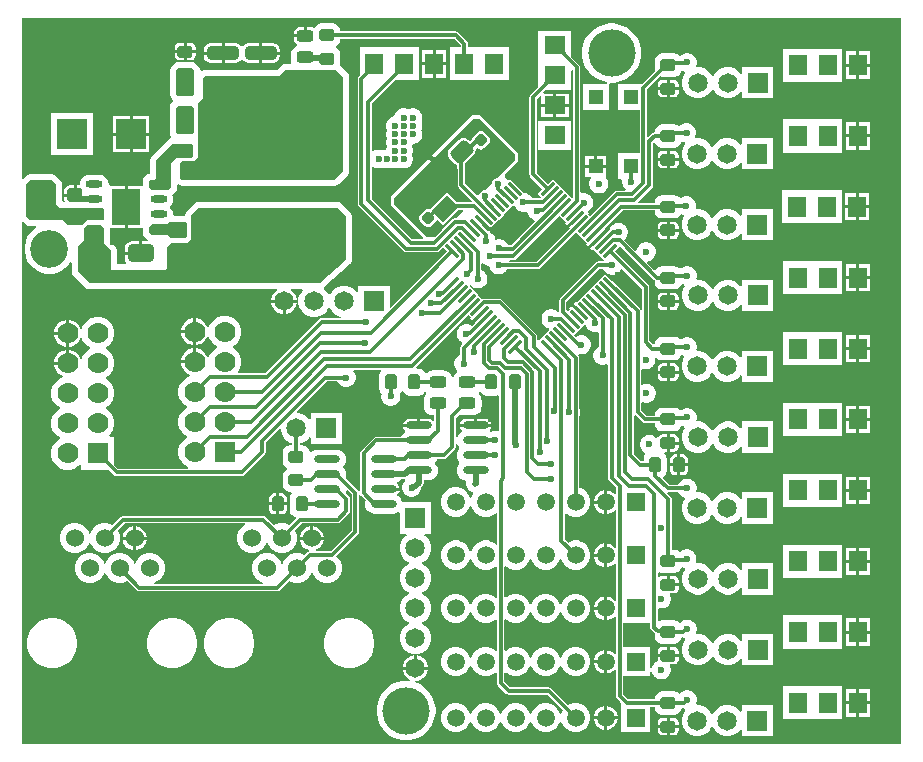
<source format=gtl>
G04*
G04 #@! TF.GenerationSoftware,Altium Limited,Altium Designer,21.8.1 (53)*
G04*
G04 Layer_Physical_Order=1*
G04 Layer_Color=255*
%FSLAX25Y25*%
%MOIN*%
G70*
G04*
G04 #@! TF.SameCoordinates,15BDF6F2-E804-41EB-80EB-1D885EA959A2*
G04*
G04*
G04 #@! TF.FilePolarity,Positive*
G04*
G01*
G75*
%ADD16C,0.01181*%
%ADD18R,0.05000X0.05000*%
G04:AMPARAMS|DCode=19|XSize=50mil|YSize=37.4mil|CornerRadius=5.61mil|HoleSize=0mil|Usage=FLASHONLY|Rotation=180.000|XOffset=0mil|YOffset=0mil|HoleType=Round|Shape=RoundedRectangle|*
%AMROUNDEDRECTD19*
21,1,0.05000,0.02618,0,0,180.0*
21,1,0.03878,0.03740,0,0,180.0*
1,1,0.01122,-0.01939,0.01309*
1,1,0.01122,0.01939,0.01309*
1,1,0.01122,0.01939,-0.01309*
1,1,0.01122,-0.01939,-0.01309*
%
%ADD19ROUNDEDRECTD19*%
G04:AMPARAMS|DCode=20|XSize=106.3mil|YSize=45.28mil|CornerRadius=11.32mil|HoleSize=0mil|Usage=FLASHONLY|Rotation=0.000|XOffset=0mil|YOffset=0mil|HoleType=Round|Shape=RoundedRectangle|*
%AMROUNDEDRECTD20*
21,1,0.10630,0.02264,0,0,0.0*
21,1,0.08366,0.04528,0,0,0.0*
1,1,0.02264,0.04183,-0.01132*
1,1,0.02264,-0.04183,-0.01132*
1,1,0.02264,-0.04183,0.01132*
1,1,0.02264,0.04183,0.01132*
%
%ADD20ROUNDEDRECTD20*%
G04:AMPARAMS|DCode=21|XSize=50mil|YSize=37.4mil|CornerRadius=5.61mil|HoleSize=0mil|Usage=FLASHONLY|Rotation=270.000|XOffset=0mil|YOffset=0mil|HoleType=Round|Shape=RoundedRectangle|*
%AMROUNDEDRECTD21*
21,1,0.05000,0.02618,0,0,270.0*
21,1,0.03878,0.03740,0,0,270.0*
1,1,0.01122,-0.01309,-0.01939*
1,1,0.01122,-0.01309,0.01939*
1,1,0.01122,0.01309,0.01939*
1,1,0.01122,0.01309,-0.01939*
%
%ADD21ROUNDEDRECTD21*%
G04:AMPARAMS|DCode=22|XSize=35.43mil|YSize=35.43mil|CornerRadius=5.32mil|HoleSize=0mil|Usage=FLASHONLY|Rotation=225.000|XOffset=0mil|YOffset=0mil|HoleType=Round|Shape=RoundedRectangle|*
%AMROUNDEDRECTD22*
21,1,0.03543,0.02480,0,0,225.0*
21,1,0.02480,0.03543,0,0,225.0*
1,1,0.01063,-0.01754,0.00000*
1,1,0.01063,0.00000,0.01754*
1,1,0.01063,0.01754,0.00000*
1,1,0.01063,0.00000,-0.01754*
%
%ADD22ROUNDEDRECTD22*%
G04:AMPARAMS|DCode=23|XSize=70.87mil|YSize=55.12mil|CornerRadius=0mil|HoleSize=0mil|Usage=FLASHONLY|Rotation=225.000|XOffset=0mil|YOffset=0mil|HoleType=Round|Shape=Rectangle|*
%AMROTATEDRECTD23*
4,1,4,0.00557,0.04454,0.04454,0.00557,-0.00557,-0.04454,-0.04454,-0.00557,0.00557,0.04454,0.0*
%
%ADD23ROTATEDRECTD23*%

G04:AMPARAMS|DCode=24|XSize=55.12mil|YSize=39.37mil|CornerRadius=9.84mil|HoleSize=0mil|Usage=FLASHONLY|Rotation=0.000|XOffset=0mil|YOffset=0mil|HoleType=Round|Shape=RoundedRectangle|*
%AMROUNDEDRECTD24*
21,1,0.05512,0.01968,0,0,0.0*
21,1,0.03543,0.03937,0,0,0.0*
1,1,0.01968,0.01772,-0.00984*
1,1,0.01968,-0.01772,-0.00984*
1,1,0.01968,-0.01772,0.00984*
1,1,0.01968,0.01772,0.00984*
%
%ADD24ROUNDEDRECTD24*%
G04:AMPARAMS|DCode=25|XSize=59.06mil|YSize=11.81mil|CornerRadius=0mil|HoleSize=0mil|Usage=FLASHONLY|Rotation=225.000|XOffset=0mil|YOffset=0mil|HoleType=Round|Shape=Rectangle|*
%AMROTATEDRECTD25*
4,1,4,0.01670,0.02506,0.02506,0.01670,-0.01670,-0.02506,-0.02506,-0.01670,0.01670,0.02506,0.0*
%
%ADD25ROTATEDRECTD25*%

G04:AMPARAMS|DCode=26|XSize=50mil|YSize=45.28mil|CornerRadius=6.79mil|HoleSize=0mil|Usage=FLASHONLY|Rotation=0.000|XOffset=0mil|YOffset=0mil|HoleType=Round|Shape=RoundedRectangle|*
%AMROUNDEDRECTD26*
21,1,0.05000,0.03169,0,0,0.0*
21,1,0.03642,0.04528,0,0,0.0*
1,1,0.01358,0.01821,-0.01585*
1,1,0.01358,-0.01821,-0.01585*
1,1,0.01358,-0.01821,0.01585*
1,1,0.01358,0.01821,0.01585*
%
%ADD26ROUNDEDRECTD26*%
%ADD27O,0.05709X0.02362*%
G04:AMPARAMS|DCode=28|XSize=59.06mil|YSize=11.81mil|CornerRadius=0mil|HoleSize=0mil|Usage=FLASHONLY|Rotation=135.000|XOffset=0mil|YOffset=0mil|HoleType=Round|Shape=Rectangle|*
%AMROTATEDRECTD28*
4,1,4,0.02506,-0.01670,0.01670,-0.02506,-0.02506,0.01670,-0.01670,0.02506,0.02506,-0.01670,0.0*
%
%ADD28ROTATEDRECTD28*%

%ADD29O,0.08661X0.02362*%
G04:AMPARAMS|DCode=30|XSize=86.61mil|YSize=61.02mil|CornerRadius=15.26mil|HoleSize=0mil|Usage=FLASHONLY|Rotation=0.000|XOffset=0mil|YOffset=0mil|HoleType=Round|Shape=RoundedRectangle|*
%AMROUNDEDRECTD30*
21,1,0.08661,0.03051,0,0,0.0*
21,1,0.05610,0.06102,0,0,0.0*
1,1,0.03051,0.02805,-0.01526*
1,1,0.03051,-0.02805,-0.01526*
1,1,0.03051,-0.02805,0.01526*
1,1,0.03051,0.02805,0.01526*
%
%ADD30ROUNDEDRECTD30*%
%ADD31R,0.47244X0.07500*%
G04:AMPARAMS|DCode=32|XSize=472.44mil|YSize=157.48mil|CornerRadius=39.37mil|HoleSize=0mil|Usage=FLASHONLY|Rotation=180.000|XOffset=0mil|YOffset=0mil|HoleType=Round|Shape=RoundedRectangle|*
%AMROUNDEDRECTD32*
21,1,0.47244,0.07874,0,0,180.0*
21,1,0.39370,0.15748,0,0,180.0*
1,1,0.07874,-0.19685,0.03937*
1,1,0.07874,0.19685,0.03937*
1,1,0.07874,0.19685,-0.03937*
1,1,0.07874,-0.19685,-0.03937*
%
%ADD32ROUNDEDRECTD32*%
G04:AMPARAMS|DCode=33|XSize=70.87mil|YSize=55.12mil|CornerRadius=13.78mil|HoleSize=0mil|Usage=FLASHONLY|Rotation=225.000|XOffset=0mil|YOffset=0mil|HoleType=Round|Shape=RoundedRectangle|*
%AMROUNDEDRECTD33*
21,1,0.07087,0.02756,0,0,225.0*
21,1,0.04331,0.05512,0,0,225.0*
1,1,0.02756,-0.02506,-0.00557*
1,1,0.02756,0.00557,0.02506*
1,1,0.02756,0.02506,0.00557*
1,1,0.02756,-0.00557,-0.02506*
%
%ADD33ROUNDEDRECTD33*%
%ADD65C,0.01968*%
%ADD66C,0.05906*%
%ADD67R,0.05906X0.05906*%
%ADD68C,0.07000*%
%ADD69R,0.07000X0.07000*%
%ADD70C,0.12598*%
%ADD71R,0.05906X0.07087*%
%ADD72C,0.06500*%
%ADD73R,0.07087X0.05906*%
%ADD74R,0.10000X0.10000*%
%ADD75R,0.09449X0.12205*%
%ADD76C,0.06000*%
%ADD77R,0.06500X0.06500*%
%ADD78C,0.15748*%
%ADD79R,0.06500X0.06500*%
%ADD80C,0.02362*%
%ADD81C,0.05000*%
G36*
X304528Y329921D02*
Y326378D01*
Y325394D01*
Y321850D01*
X303937Y321260D01*
X299213D01*
X298622Y321850D01*
X298622Y325394D01*
X298622Y326378D01*
Y329921D01*
X299410Y330709D01*
X303740D01*
X304528Y329921D01*
D02*
G37*
G36*
X540227Y105443D02*
X247175D01*
X247175Y279353D01*
X247637Y279544D01*
X248581Y278601D01*
X249232Y278165D01*
X250000Y278013D01*
X251802D01*
X251954Y277513D01*
X251029Y276894D01*
X249877Y275743D01*
X248973Y274389D01*
X248349Y272884D01*
X248031Y271287D01*
Y269658D01*
X248349Y268061D01*
X248973Y266556D01*
X249877Y265202D01*
X251029Y264051D01*
X252383Y263146D01*
X253888Y262523D01*
X255485Y262205D01*
X257114D01*
X258711Y262523D01*
X260215Y263146D01*
X261570Y264051D01*
X262721Y265202D01*
X263241Y265980D01*
X263741Y265828D01*
X263741Y262992D01*
X263894Y262224D01*
X264329Y261573D01*
X268266Y257636D01*
X268917Y257201D01*
X269685Y257048D01*
X332121D01*
X332255Y256548D01*
X331918Y256354D01*
X331127Y255562D01*
X330567Y254593D01*
X330278Y253512D01*
Y253453D01*
X334528D01*
X338778D01*
Y253512D01*
X338488Y254593D01*
X337928Y255562D01*
X337137Y256354D01*
X336800Y256548D01*
X336934Y257048D01*
X340589D01*
X340781Y256586D01*
X340352Y256157D01*
X339665Y254967D01*
X339309Y253640D01*
Y252266D01*
X339665Y250939D01*
X340352Y249748D01*
X341323Y248777D01*
X342513Y248090D01*
X343841Y247734D01*
X345215D01*
X346542Y248090D01*
X347732Y248777D01*
X348703Y249748D01*
X349239Y250676D01*
X349816D01*
X350352Y249748D01*
X351323Y248777D01*
X352513Y248090D01*
X353350Y247866D01*
X353284Y247366D01*
X347146D01*
X346685Y247274D01*
X346294Y247013D01*
X346294Y247013D01*
X328324Y229043D01*
X319396D01*
X319184Y229542D01*
X319820Y230645D01*
X320193Y232036D01*
Y233476D01*
X319820Y234867D01*
X319100Y236114D01*
X318082Y237132D01*
X317434Y237506D01*
Y238006D01*
X318082Y238380D01*
X319100Y239398D01*
X319820Y240645D01*
X320193Y242036D01*
Y243476D01*
X319820Y244867D01*
X319100Y246114D01*
X318082Y247132D01*
X316835Y247852D01*
X315444Y248224D01*
X314004D01*
X312614Y247852D01*
X311367Y247132D01*
X310349Y246114D01*
X309629Y244867D01*
X309482Y244319D01*
X308964D01*
X308918Y244493D01*
X308325Y245519D01*
X307488Y246357D01*
X306461Y246949D01*
X305317Y247256D01*
X305224D01*
Y242756D01*
Y238256D01*
X305317D01*
X306461Y238563D01*
X307488Y239155D01*
X308325Y239993D01*
X308918Y241019D01*
X308964Y241193D01*
X309482D01*
X309629Y240645D01*
X310349Y239398D01*
X311367Y238380D01*
X312015Y238006D01*
Y237506D01*
X311367Y237132D01*
X310349Y236114D01*
X309629Y234867D01*
X309482Y234319D01*
X308964D01*
X308918Y234493D01*
X308325Y235519D01*
X307488Y236357D01*
X306461Y236949D01*
X305317Y237256D01*
X305224D01*
Y232756D01*
X304724D01*
Y232256D01*
X300224D01*
Y232164D01*
X300531Y231019D01*
X301123Y229993D01*
X301961Y229155D01*
X302988Y228563D01*
X303161Y228516D01*
Y227998D01*
X302614Y227852D01*
X301367Y227132D01*
X300348Y226114D01*
X299629Y224867D01*
X299256Y223476D01*
Y222036D01*
X299629Y220645D01*
X300348Y219398D01*
X301367Y218380D01*
X302015Y218006D01*
Y217506D01*
X301367Y217132D01*
X300348Y216114D01*
X299629Y214867D01*
X299256Y213476D01*
Y212036D01*
X299629Y210645D01*
X300348Y209398D01*
X301367Y208380D01*
X302015Y208006D01*
Y207506D01*
X301367Y207132D01*
X300348Y206114D01*
X299629Y204867D01*
X299256Y203476D01*
Y202036D01*
X299629Y200645D01*
X300348Y199398D01*
X301367Y198380D01*
X302614Y197660D01*
X302515Y197169D01*
X279298D01*
X277909Y198557D01*
Y207791D01*
X276350D01*
X276143Y208291D01*
X276817Y208965D01*
X277537Y210212D01*
X277909Y211603D01*
Y213043D01*
X277537Y214434D01*
X276817Y215681D01*
X275799Y216699D01*
X275151Y217073D01*
Y217573D01*
X275799Y217947D01*
X276817Y218965D01*
X277537Y220212D01*
X277909Y221603D01*
Y223043D01*
X277537Y224434D01*
X276817Y225681D01*
X275799Y226699D01*
X275151Y227073D01*
Y227573D01*
X275799Y227947D01*
X276817Y228965D01*
X277537Y230212D01*
X277909Y231603D01*
Y233043D01*
X277537Y234434D01*
X276817Y235681D01*
X275799Y236699D01*
X275151Y237073D01*
Y237573D01*
X275799Y237947D01*
X276817Y238965D01*
X277537Y240212D01*
X277909Y241603D01*
Y243043D01*
X277537Y244434D01*
X276817Y245681D01*
X275799Y246699D01*
X274552Y247419D01*
X273161Y247791D01*
X271721D01*
X270330Y247419D01*
X269083Y246699D01*
X268065Y245681D01*
X267345Y244434D01*
X267198Y243886D01*
X266681D01*
X266634Y244060D01*
X266042Y245086D01*
X265204Y245924D01*
X264178Y246516D01*
X263033Y246823D01*
X262941D01*
Y242323D01*
Y237823D01*
X263033D01*
X264178Y238129D01*
X265204Y238722D01*
X266042Y239560D01*
X266634Y240586D01*
X266681Y240759D01*
X267198D01*
X267345Y240212D01*
X268065Y238965D01*
X269083Y237947D01*
X269731Y237573D01*
Y237073D01*
X269083Y236699D01*
X268065Y235681D01*
X267345Y234434D01*
X267198Y233886D01*
X266681D01*
X266634Y234060D01*
X266042Y235086D01*
X265204Y235924D01*
X264178Y236516D01*
X263033Y236823D01*
X262941D01*
Y232323D01*
X262441D01*
Y231823D01*
X257941D01*
Y231730D01*
X258248Y230586D01*
X258840Y229560D01*
X259678Y228722D01*
X260704Y228130D01*
X260878Y228083D01*
Y227565D01*
X260330Y227419D01*
X259083Y226699D01*
X258065Y225681D01*
X257345Y224434D01*
X256972Y223043D01*
Y221603D01*
X257345Y220212D01*
X258065Y218965D01*
X259083Y217947D01*
X259731Y217573D01*
Y217073D01*
X259083Y216699D01*
X258065Y215681D01*
X257345Y214434D01*
X256972Y213043D01*
Y211603D01*
X257345Y210212D01*
X258065Y208965D01*
X259083Y207947D01*
X259731Y207573D01*
Y207073D01*
X259083Y206699D01*
X258065Y205681D01*
X257345Y204434D01*
X256972Y203043D01*
Y201603D01*
X257345Y200212D01*
X258065Y198965D01*
X259083Y197947D01*
X260330Y197227D01*
X261721Y196854D01*
X263161D01*
X264552Y197227D01*
X265799Y197947D01*
X266472Y198621D01*
X266972Y198414D01*
Y196854D01*
X276206D01*
X277948Y195113D01*
X277948Y195113D01*
X278338Y194852D01*
X278799Y194760D01*
X278799Y194760D01*
X320472D01*
X320472Y194760D01*
X320933Y194852D01*
X321324Y195113D01*
X328017Y201806D01*
X328017Y201806D01*
X328278Y202197D01*
X328370Y202658D01*
Y205899D01*
X332902Y210432D01*
X333364Y210240D01*
Y209943D01*
X333720Y208616D01*
X334407Y207426D01*
X335379Y206454D01*
X336568Y205767D01*
X337307Y205569D01*
X337241Y205069D01*
X336644D01*
X335657Y204873D01*
X334820Y204314D01*
X334261Y203477D01*
X334065Y202490D01*
Y199872D01*
X334261Y198885D01*
X334820Y198048D01*
X335634Y197504D01*
X335657Y197348D01*
Y197140D01*
X335634Y196984D01*
X334820Y196440D01*
X334261Y195603D01*
X334065Y194616D01*
Y191998D01*
X334261Y191011D01*
X334820Y190174D01*
X335657Y189615D01*
X336644Y189419D01*
X336769D01*
X337037Y188919D01*
X336663Y188359D01*
X336466Y187372D01*
Y183494D01*
X336663Y182507D01*
X337222Y181670D01*
X338058Y181111D01*
X338500Y181024D01*
X338645Y180545D01*
X336337Y178237D01*
X335697Y178606D01*
X334434Y178945D01*
X333125D01*
X331862Y178606D01*
X331222Y178237D01*
X328489Y180970D01*
X328099Y181231D01*
X327638Y181322D01*
X327638Y181322D01*
X280866D01*
X280866Y181322D01*
X280405Y181231D01*
X280015Y180970D01*
X280015Y180970D01*
X277282Y178237D01*
X276642Y178606D01*
X275378Y178945D01*
X274070D01*
X272807Y178606D01*
X271674Y177952D01*
X270749Y177027D01*
X270094Y175894D01*
X269983Y175479D01*
X269466D01*
X269354Y175894D01*
X268700Y177027D01*
X267775Y177952D01*
X266642Y178606D01*
X265378Y178945D01*
X264070D01*
X262807Y178606D01*
X261674Y177952D01*
X260749Y177027D01*
X260094Y175894D01*
X259756Y174630D01*
Y173322D01*
X260094Y172059D01*
X260749Y170926D01*
X261674Y170001D01*
X262807Y169346D01*
X264070Y169008D01*
X265378D01*
X266642Y169346D01*
X267775Y170001D01*
X268700Y170926D01*
X269354Y172059D01*
X269466Y172474D01*
X269983D01*
X270094Y172059D01*
X270749Y170926D01*
X271674Y170001D01*
X272807Y169346D01*
X274070Y169008D01*
X275378D01*
X276642Y169346D01*
X277775Y170001D01*
X278700Y170926D01*
X279354Y172059D01*
X279693Y173322D01*
Y174630D01*
X279354Y175894D01*
X278985Y176534D01*
X281365Y178914D01*
X321394D01*
X321529Y178414D01*
X320729Y177952D01*
X319804Y177027D01*
X319150Y175894D01*
X318811Y174630D01*
Y173322D01*
X319150Y172059D01*
X319804Y170926D01*
X320729Y170001D01*
X321862Y169346D01*
X323125Y169008D01*
X324434D01*
X325697Y169346D01*
X326830Y170001D01*
X327755Y170926D01*
X328409Y172059D01*
X328521Y172474D01*
X329038D01*
X329150Y172059D01*
X329804Y170926D01*
X330729Y170001D01*
X331862Y169346D01*
X333125Y169008D01*
X334434D01*
X335697Y169346D01*
X336830Y170001D01*
X337755Y170926D01*
X338409Y172059D01*
X338748Y173322D01*
Y174630D01*
X338409Y175894D01*
X338040Y176534D01*
X340420Y178914D01*
X352362D01*
X352362Y178914D01*
X352823Y179006D01*
X353214Y179267D01*
X356167Y182219D01*
X356428Y182610D01*
X356519Y183071D01*
X356519Y183071D01*
Y187065D01*
X356428Y187525D01*
X356167Y187916D01*
X356167Y187916D01*
X354913Y189170D01*
X355072Y189554D01*
X355112Y189858D01*
X355640Y190037D01*
X357064Y188613D01*
Y176680D01*
X350092Y169708D01*
X345237D01*
X345171Y170208D01*
X345323Y170249D01*
X346236Y170776D01*
X346980Y171520D01*
X347507Y172432D01*
X347779Y173450D01*
Y173476D01*
X343779D01*
X339779D01*
Y173450D01*
X340052Y172432D01*
X340579Y171520D01*
X341323Y170776D01*
X342236Y170249D01*
X342758Y170109D01*
X342814Y169796D01*
X342794Y169582D01*
X342456Y169355D01*
X342456Y169355D01*
X341337Y168237D01*
X340697Y168606D01*
X339434Y168945D01*
X338125D01*
X336862Y168606D01*
X335729Y167952D01*
X334804Y167027D01*
X334150Y165894D01*
X334038Y165479D01*
X333521D01*
X333409Y165894D01*
X332755Y167027D01*
X331830Y167952D01*
X330697Y168606D01*
X329434Y168945D01*
X328125D01*
X326862Y168606D01*
X325729Y167952D01*
X324804Y167027D01*
X324150Y165894D01*
X323811Y164630D01*
Y163322D01*
X324150Y162059D01*
X324804Y160926D01*
X325729Y160001D01*
X326862Y159346D01*
X327466Y159185D01*
X327400Y158685D01*
X291104D01*
X291038Y159185D01*
X291642Y159346D01*
X292775Y160001D01*
X293700Y160926D01*
X294354Y162059D01*
X294693Y163322D01*
Y164630D01*
X294354Y165894D01*
X293700Y167027D01*
X292775Y167952D01*
X291642Y168606D01*
X290378Y168945D01*
X289070D01*
X287807Y168606D01*
X286674Y167952D01*
X285749Y167027D01*
X285094Y165894D01*
X284983Y165479D01*
X284466D01*
X284354Y165894D01*
X283700Y167027D01*
X282775Y167952D01*
X281642Y168606D01*
X280379Y168945D01*
X279070D01*
X277807Y168606D01*
X276674Y167952D01*
X275749Y167027D01*
X275095Y165894D01*
X274983Y165479D01*
X274466D01*
X274354Y165894D01*
X273700Y167027D01*
X272775Y167952D01*
X271642Y168606D01*
X270378Y168945D01*
X269070D01*
X267807Y168606D01*
X266674Y167952D01*
X265749Y167027D01*
X265094Y165894D01*
X264756Y164630D01*
Y163322D01*
X265094Y162059D01*
X265749Y160926D01*
X266674Y160001D01*
X267807Y159346D01*
X269070Y159008D01*
X270378D01*
X271642Y159346D01*
X272775Y160001D01*
X273700Y160926D01*
X274354Y162059D01*
X274466Y162474D01*
X274983D01*
X275095Y162059D01*
X275749Y160926D01*
X276674Y160001D01*
X277807Y159346D01*
X279070Y159008D01*
X280379D01*
X281642Y159346D01*
X282282Y159716D01*
X285369Y156629D01*
X285760Y156368D01*
X286221Y156276D01*
X286221Y156276D01*
X332283D01*
X332283Y156276D01*
X332744Y156368D01*
X333135Y156629D01*
X336222Y159716D01*
X336862Y159346D01*
X338125Y159008D01*
X339434D01*
X340697Y159346D01*
X341830Y160001D01*
X342755Y160926D01*
X343409Y162059D01*
X343521Y162474D01*
X344038D01*
X344150Y162059D01*
X344804Y160926D01*
X345729Y160001D01*
X346862Y159346D01*
X348125Y159008D01*
X349434D01*
X350697Y159346D01*
X351830Y160001D01*
X352755Y160926D01*
X353409Y162059D01*
X353748Y163322D01*
Y164630D01*
X353409Y165894D01*
X352755Y167027D01*
X351830Y167952D01*
X351820Y168030D01*
X359119Y175330D01*
X359119Y175330D01*
X359380Y175720D01*
X359472Y176181D01*
X359472Y176181D01*
Y188319D01*
X359526Y188341D01*
X359972Y188402D01*
X360172Y188103D01*
X361692Y186583D01*
X361533Y186199D01*
X361425Y185376D01*
X361533Y184554D01*
X361850Y183788D01*
X362355Y183130D01*
X363013Y182625D01*
X363779Y182308D01*
X364602Y182200D01*
X370901D01*
X371723Y182308D01*
X372489Y182625D01*
X372679Y182771D01*
X373128Y182550D01*
Y175490D01*
X375225D01*
X375355Y175007D01*
X375142Y174884D01*
X374171Y173913D01*
X373484Y172723D01*
X373128Y171396D01*
Y170022D01*
X373484Y168694D01*
X374171Y167504D01*
X375142Y166533D01*
X376070Y165997D01*
Y165420D01*
X375142Y164884D01*
X374171Y163913D01*
X373484Y162723D01*
X373128Y161396D01*
Y160022D01*
X373484Y158694D01*
X374171Y157504D01*
X375142Y156533D01*
X376070Y155997D01*
Y155420D01*
X375142Y154885D01*
X374171Y153913D01*
X373484Y152723D01*
X373128Y151396D01*
Y150022D01*
X373484Y148694D01*
X374171Y147504D01*
X375142Y146533D01*
X376070Y145997D01*
Y145420D01*
X375142Y144885D01*
X374171Y143913D01*
X373484Y142723D01*
X373128Y141396D01*
Y140022D01*
X373484Y138694D01*
X374171Y137504D01*
X375142Y136533D01*
X376332Y135846D01*
X377659Y135490D01*
X379033D01*
X380361Y135846D01*
X381551Y136533D01*
X382522Y137504D01*
X383209Y138694D01*
X383565Y140022D01*
Y141396D01*
X383209Y142723D01*
X382522Y143913D01*
X381551Y144885D01*
X380623Y145420D01*
Y145997D01*
X381551Y146533D01*
X382522Y147504D01*
X383209Y148694D01*
X383565Y150022D01*
Y151396D01*
X383209Y152723D01*
X382522Y153913D01*
X381551Y154885D01*
X380623Y155420D01*
Y155997D01*
X381551Y156533D01*
X382522Y157504D01*
X383209Y158694D01*
X383565Y160022D01*
Y161396D01*
X383209Y162723D01*
X382522Y163913D01*
X381551Y164884D01*
X380623Y165420D01*
Y165997D01*
X381551Y166533D01*
X382522Y167504D01*
X383209Y168694D01*
X383565Y170022D01*
Y171396D01*
X383209Y172723D01*
X382522Y173913D01*
X381551Y174884D01*
X381338Y175007D01*
X381468Y175490D01*
X383565D01*
Y185927D01*
X374005D01*
X373969Y186199D01*
X373652Y186965D01*
X373147Y187623D01*
X372489Y188128D01*
X372344Y188188D01*
X372295Y188685D01*
X372473Y188804D01*
X372955Y189525D01*
X373025Y189876D01*
X367751D01*
Y190876D01*
X373025D01*
X372955Y191227D01*
X372473Y191949D01*
X372295Y192068D01*
X372344Y192565D01*
X372489Y192625D01*
X373147Y193130D01*
X373639Y193771D01*
X374861D01*
X374916Y193689D01*
X374970Y193203D01*
X374547Y192780D01*
X374132Y192062D01*
X373917Y191261D01*
Y190432D01*
X374132Y189631D01*
X374547Y188913D01*
X375133Y188326D01*
X375851Y187911D01*
X376652Y187697D01*
X377482D01*
X378283Y187911D01*
X379001Y188326D01*
X379587Y188913D01*
X380002Y189631D01*
X380217Y190432D01*
Y190945D01*
X380599Y191328D01*
X380599Y191328D01*
X380947Y191849D01*
X381069Y192463D01*
Y193420D01*
X382613D01*
X383436Y193528D01*
X384202Y193846D01*
X384860Y194351D01*
X385365Y195009D01*
X385682Y195775D01*
X385790Y196597D01*
X385682Y197419D01*
X385365Y198185D01*
X384860Y198843D01*
X384855Y198847D01*
Y199347D01*
X384860Y199351D01*
X385365Y200009D01*
X385524Y200393D01*
X387817D01*
X387817Y200393D01*
X388278Y200484D01*
X388669Y200745D01*
X391403Y203479D01*
X391403Y203479D01*
X391664Y203870D01*
X391755Y204331D01*
X391755Y204331D01*
Y205404D01*
X392255Y205504D01*
X392461Y205009D01*
X392966Y204350D01*
X392970Y204347D01*
Y203847D01*
X392966Y203843D01*
X392461Y203185D01*
X392143Y202419D01*
X392035Y201597D01*
X392143Y200775D01*
X392461Y200009D01*
X392966Y199351D01*
X392970Y199347D01*
Y198847D01*
X392966Y198843D01*
X392461Y198185D01*
X392143Y197419D01*
X392035Y196597D01*
X392143Y195775D01*
X392461Y195009D01*
X392966Y194351D01*
X393623Y193846D01*
X394390Y193528D01*
X394905Y193461D01*
X395289Y192963D01*
X395212Y192674D01*
Y191844D01*
X395427Y191043D01*
X395841Y190325D01*
X396427Y189739D01*
X397146Y189324D01*
X397347Y189270D01*
X397588Y188688D01*
X397146Y187923D01*
X396991Y187344D01*
X396474D01*
X396318Y187923D01*
X395670Y189045D01*
X394754Y189962D01*
X393632Y190610D01*
X392380Y190945D01*
X391084D01*
X389833Y190610D01*
X388711Y189962D01*
X387794Y189045D01*
X387146Y187923D01*
X386811Y186671D01*
Y185376D01*
X387146Y184124D01*
X387794Y183002D01*
X388711Y182086D01*
X389833Y181438D01*
X391084Y181102D01*
X392380D01*
X393632Y181438D01*
X394754Y182086D01*
X395670Y183002D01*
X396318Y184124D01*
X396474Y184704D01*
X396991D01*
X397146Y184124D01*
X397794Y183002D01*
X398711Y182086D01*
X399833Y181438D01*
X401084Y181102D01*
X402380D01*
X403632Y181438D01*
X404754Y182086D01*
X405125Y182457D01*
X405587Y182265D01*
Y172065D01*
X405125Y171874D01*
X404754Y172245D01*
X403632Y172893D01*
X402380Y173228D01*
X401084D01*
X399833Y172893D01*
X398711Y172245D01*
X397794Y171329D01*
X397146Y170207D01*
X396991Y169627D01*
X396474D01*
X396318Y170207D01*
X395670Y171329D01*
X394754Y172245D01*
X393632Y172893D01*
X392380Y173228D01*
X391084D01*
X389833Y172893D01*
X388711Y172245D01*
X387794Y171329D01*
X387146Y170207D01*
X386811Y168955D01*
Y167659D01*
X387146Y166408D01*
X387794Y165285D01*
X388711Y164369D01*
X389833Y163721D01*
X391084Y163386D01*
X392380D01*
X393632Y163721D01*
X394754Y164369D01*
X395670Y165285D01*
X396318Y166408D01*
X396474Y166987D01*
X396991D01*
X397146Y166408D01*
X397794Y165285D01*
X398711Y164369D01*
X399833Y163721D01*
X401084Y163386D01*
X402380D01*
X403632Y163721D01*
X404754Y164369D01*
X405125Y164740D01*
X405587Y164549D01*
Y154349D01*
X405125Y154157D01*
X404754Y154528D01*
X403632Y155176D01*
X402380Y155512D01*
X401084D01*
X399833Y155176D01*
X398711Y154528D01*
X397794Y153612D01*
X397146Y152490D01*
X396991Y151910D01*
X396474D01*
X396318Y152490D01*
X395670Y153612D01*
X394754Y154528D01*
X393632Y155176D01*
X392380Y155512D01*
X391084D01*
X389833Y155176D01*
X388711Y154528D01*
X387794Y153612D01*
X387146Y152490D01*
X386811Y151238D01*
Y149943D01*
X387146Y148691D01*
X387794Y147569D01*
X388711Y146653D01*
X389833Y146005D01*
X391084Y145669D01*
X392380D01*
X393632Y146005D01*
X394754Y146653D01*
X395670Y147569D01*
X396318Y148691D01*
X396474Y149271D01*
X396991D01*
X397146Y148691D01*
X397794Y147569D01*
X398711Y146653D01*
X399833Y146005D01*
X401084Y145669D01*
X402380D01*
X403632Y146005D01*
X404754Y146653D01*
X405125Y147024D01*
X405587Y146832D01*
Y136632D01*
X405125Y136441D01*
X404754Y136812D01*
X403632Y137460D01*
X402380Y137795D01*
X401084D01*
X399833Y137460D01*
X398711Y136812D01*
X397794Y135896D01*
X397146Y134774D01*
X396991Y134194D01*
X396474D01*
X396318Y134774D01*
X395670Y135896D01*
X394754Y136812D01*
X393632Y137460D01*
X392380Y137795D01*
X391084D01*
X389833Y137460D01*
X388711Y136812D01*
X387794Y135896D01*
X387146Y134774D01*
X386811Y133522D01*
Y132226D01*
X387146Y130974D01*
X387794Y129852D01*
X388711Y128936D01*
X389833Y128288D01*
X391084Y127953D01*
X392380D01*
X393632Y128288D01*
X394754Y128936D01*
X395670Y129852D01*
X396318Y130974D01*
X396474Y131554D01*
X396991D01*
X397146Y130974D01*
X397794Y129852D01*
X398711Y128936D01*
X399833Y128288D01*
X401084Y127953D01*
X402380D01*
X403632Y128288D01*
X404754Y128936D01*
X405125Y129307D01*
X405587Y129116D01*
Y125689D01*
X405587Y125689D01*
X405679Y125228D01*
X405940Y124837D01*
X408597Y122180D01*
X408988Y121919D01*
X409449Y121827D01*
X409449Y121827D01*
X422375D01*
X427506Y116696D01*
X427146Y116073D01*
X426991Y115493D01*
X426474D01*
X426318Y116073D01*
X425670Y117195D01*
X424754Y118111D01*
X423632Y118759D01*
X422380Y119095D01*
X421084D01*
X419833Y118759D01*
X418711Y118111D01*
X417794Y117195D01*
X417146Y116073D01*
X416991Y115493D01*
X416473D01*
X416318Y116073D01*
X415670Y117195D01*
X414754Y118111D01*
X413632Y118759D01*
X412380Y119095D01*
X411084D01*
X409833Y118759D01*
X408711Y118111D01*
X407794Y117195D01*
X407146Y116073D01*
X406991Y115493D01*
X406473D01*
X406318Y116073D01*
X405670Y117195D01*
X404754Y118111D01*
X403632Y118759D01*
X402380Y119095D01*
X401084D01*
X399833Y118759D01*
X398711Y118111D01*
X397794Y117195D01*
X397146Y116073D01*
X396991Y115493D01*
X396474D01*
X396318Y116073D01*
X395670Y117195D01*
X394754Y118111D01*
X393632Y118759D01*
X392380Y119095D01*
X391084D01*
X389833Y118759D01*
X388711Y118111D01*
X387794Y117195D01*
X387146Y116073D01*
X386811Y114821D01*
Y113525D01*
X387146Y112274D01*
X387794Y111152D01*
X388711Y110235D01*
X389833Y109587D01*
X391084Y109252D01*
X392380D01*
X393632Y109587D01*
X394754Y110235D01*
X395670Y111152D01*
X396318Y112274D01*
X396474Y112853D01*
X396991D01*
X397146Y112274D01*
X397794Y111152D01*
X398711Y110235D01*
X399833Y109587D01*
X401084Y109252D01*
X402380D01*
X403632Y109587D01*
X404754Y110235D01*
X405670Y111152D01*
X406318Y112274D01*
X406473Y112853D01*
X406991D01*
X407146Y112274D01*
X407794Y111152D01*
X408711Y110235D01*
X409833Y109587D01*
X411084Y109252D01*
X412380D01*
X413632Y109587D01*
X414754Y110235D01*
X415670Y111152D01*
X416318Y112274D01*
X416473Y112853D01*
X416991D01*
X417146Y112274D01*
X417794Y111152D01*
X418711Y110235D01*
X419833Y109587D01*
X421084Y109252D01*
X422380D01*
X423632Y109587D01*
X424754Y110235D01*
X425670Y111152D01*
X426318Y112274D01*
X426474Y112853D01*
X426991D01*
X427146Y112274D01*
X427794Y111152D01*
X428711Y110235D01*
X429833Y109587D01*
X431084Y109252D01*
X432380D01*
X433632Y109587D01*
X434754Y110235D01*
X435670Y111152D01*
X436318Y112274D01*
X436654Y113525D01*
Y114821D01*
X436318Y116073D01*
X435670Y117195D01*
X434754Y118111D01*
X433632Y118759D01*
X432380Y119095D01*
X431084D01*
X429833Y118759D01*
X429209Y118399D01*
X423726Y123883D01*
X423335Y124144D01*
X422874Y124236D01*
X422874Y124236D01*
X409948D01*
X407996Y126188D01*
Y128998D01*
X408458Y129189D01*
X408711Y128936D01*
X409833Y128288D01*
X411084Y127953D01*
X412380D01*
X413632Y128288D01*
X414754Y128936D01*
X415670Y129852D01*
X416318Y130974D01*
X416473Y131554D01*
X416991D01*
X417146Y130974D01*
X417794Y129852D01*
X418711Y128936D01*
X419833Y128288D01*
X421084Y127953D01*
X422380D01*
X423632Y128288D01*
X424754Y128936D01*
X425670Y129852D01*
X426318Y130974D01*
X426474Y131554D01*
X426991D01*
X427146Y130974D01*
X427794Y129852D01*
X428711Y128936D01*
X429833Y128288D01*
X431084Y127953D01*
X432380D01*
X433632Y128288D01*
X434754Y128936D01*
X435670Y129852D01*
X436318Y130974D01*
X436654Y132226D01*
Y133522D01*
X436318Y134774D01*
X435670Y135896D01*
X434754Y136812D01*
X433632Y137460D01*
X432380Y137795D01*
X431084D01*
X429833Y137460D01*
X428711Y136812D01*
X427794Y135896D01*
X427146Y134774D01*
X426991Y134194D01*
X426474D01*
X426318Y134774D01*
X425670Y135896D01*
X424754Y136812D01*
X423632Y137460D01*
X422380Y137795D01*
X421084D01*
X419833Y137460D01*
X418711Y136812D01*
X417794Y135896D01*
X417146Y134774D01*
X416991Y134194D01*
X416473D01*
X416318Y134774D01*
X415670Y135896D01*
X414754Y136812D01*
X413632Y137460D01*
X412380Y137795D01*
X411084D01*
X409833Y137460D01*
X408711Y136812D01*
X408458Y136559D01*
X407996Y136750D01*
Y146714D01*
X408458Y146906D01*
X408711Y146653D01*
X409833Y146005D01*
X411084Y145669D01*
X412380D01*
X413632Y146005D01*
X414754Y146653D01*
X415670Y147569D01*
X416318Y148691D01*
X416473Y149271D01*
X416991D01*
X417146Y148691D01*
X417794Y147569D01*
X418711Y146653D01*
X419833Y146005D01*
X421084Y145669D01*
X422380D01*
X423632Y146005D01*
X424754Y146653D01*
X425670Y147569D01*
X426318Y148691D01*
X426474Y149271D01*
X426991D01*
X427146Y148691D01*
X427794Y147569D01*
X428711Y146653D01*
X429833Y146005D01*
X431084Y145669D01*
X432380D01*
X433632Y146005D01*
X434754Y146653D01*
X435670Y147569D01*
X436318Y148691D01*
X436654Y149943D01*
Y151238D01*
X436318Y152490D01*
X435670Y153612D01*
X434754Y154528D01*
X433632Y155176D01*
X432380Y155512D01*
X431084D01*
X429833Y155176D01*
X428711Y154528D01*
X427794Y153612D01*
X427146Y152490D01*
X426991Y151910D01*
X426474D01*
X426318Y152490D01*
X425670Y153612D01*
X424754Y154528D01*
X423632Y155176D01*
X422380Y155512D01*
X421084D01*
X419833Y155176D01*
X418711Y154528D01*
X417794Y153612D01*
X417146Y152490D01*
X416991Y151910D01*
X416473D01*
X416318Y152490D01*
X415670Y153612D01*
X414754Y154528D01*
X413632Y155176D01*
X412380Y155512D01*
X411084D01*
X409833Y155176D01*
X408711Y154528D01*
X408458Y154276D01*
X407996Y154467D01*
Y164431D01*
X408458Y164622D01*
X408711Y164369D01*
X409833Y163721D01*
X411084Y163386D01*
X412380D01*
X413632Y163721D01*
X414754Y164369D01*
X415670Y165285D01*
X416318Y166408D01*
X416473Y166987D01*
X416991D01*
X417146Y166408D01*
X417794Y165285D01*
X418711Y164369D01*
X419833Y163721D01*
X421084Y163386D01*
X422380D01*
X423632Y163721D01*
X424754Y164369D01*
X425670Y165285D01*
X426318Y166408D01*
X426474Y166987D01*
X426991D01*
X427146Y166408D01*
X427794Y165285D01*
X428711Y164369D01*
X429833Y163721D01*
X431084Y163386D01*
X432380D01*
X433632Y163721D01*
X434754Y164369D01*
X435670Y165285D01*
X436318Y166408D01*
X436654Y167659D01*
Y168955D01*
X436318Y170207D01*
X435670Y171329D01*
X434754Y172245D01*
X433632Y172893D01*
X432380Y173228D01*
X431084D01*
X429833Y172893D01*
X429209Y172533D01*
X428173Y173570D01*
Y181970D01*
X428635Y182161D01*
X428711Y182086D01*
X429833Y181438D01*
X431084Y181102D01*
X432380D01*
X433632Y181438D01*
X434754Y182086D01*
X435670Y183002D01*
X436318Y184124D01*
X436654Y185376D01*
Y186671D01*
X436318Y187923D01*
X435670Y189045D01*
X434754Y189962D01*
X433632Y190610D01*
X432936Y190796D01*
Y214506D01*
X433002Y214604D01*
X433094Y215065D01*
X433094Y215065D01*
Y217022D01*
X433094Y217022D01*
X433002Y217483D01*
X432936Y217581D01*
Y234058D01*
X432936Y234058D01*
X432845Y234519D01*
X432584Y234910D01*
X432468Y235026D01*
X432727Y235474D01*
X433247Y235335D01*
X434076D01*
X434877Y235549D01*
X435595Y235964D01*
X436182Y236550D01*
X436596Y237269D01*
X436811Y238070D01*
Y238899D01*
X436596Y239700D01*
X436182Y240418D01*
X435595Y241005D01*
X434877Y241419D01*
X434076Y241634D01*
X433247D01*
X432446Y241419D01*
X431936Y241125D01*
X431282Y241779D01*
X434670Y245167D01*
X435171Y244961D01*
X435254Y244650D01*
X435669Y243932D01*
X436255Y243346D01*
X436973Y242931D01*
X437774Y242717D01*
X438604D01*
X439044Y242834D01*
X439544Y242456D01*
Y237879D01*
X439532Y237876D01*
X438814Y237461D01*
X438228Y236875D01*
X437813Y236157D01*
X437598Y235356D01*
Y234526D01*
X437813Y233725D01*
X438228Y233007D01*
X438814Y232421D01*
X439532Y232006D01*
X440333Y231791D01*
X441163D01*
X441964Y232006D01*
X442064Y232064D01*
X442497Y231814D01*
Y194095D01*
X442496Y194095D01*
X442588Y193634D01*
X442849Y193243D01*
X445253Y190840D01*
Y188795D01*
X444753Y188593D01*
X444159Y189187D01*
X443258Y189707D01*
X442253Y189976D01*
X442232D01*
Y186024D01*
Y182071D01*
X442253D01*
X443258Y182340D01*
X444159Y182861D01*
X444753Y183454D01*
X445253Y183252D01*
Y171079D01*
X444753Y170877D01*
X444159Y171470D01*
X443258Y171991D01*
X442253Y172260D01*
X442232D01*
Y168307D01*
Y164354D01*
X442253D01*
X443258Y164624D01*
X444159Y165144D01*
X444753Y165737D01*
X445253Y165535D01*
Y153362D01*
X444753Y153160D01*
X444159Y153753D01*
X443258Y154274D01*
X442253Y154543D01*
X442232D01*
Y150591D01*
Y146638D01*
X442253D01*
X443258Y146907D01*
X444159Y147428D01*
X444753Y148021D01*
X445253Y147819D01*
Y135646D01*
X444753Y135444D01*
X444159Y136037D01*
X443258Y136557D01*
X442253Y136827D01*
X442232D01*
Y132874D01*
Y128921D01*
X442253D01*
X443258Y129191D01*
X444159Y129711D01*
X444753Y130304D01*
X445253Y130102D01*
Y121457D01*
X445252Y121457D01*
X445344Y120996D01*
X445605Y120605D01*
X446660Y119551D01*
X446811Y119095D01*
X446811D01*
X446811Y119095D01*
Y109252D01*
X456653D01*
Y117890D01*
X458080D01*
Y117785D01*
X458277Y116798D01*
X458836Y115962D01*
X459672Y115403D01*
X460660Y115206D01*
X464537D01*
X465524Y115403D01*
X466361Y115962D01*
X466920Y116798D01*
X466994Y117170D01*
X467450Y117376D01*
X467682Y117242D01*
X468130Y117122D01*
X468279Y116565D01*
X468108Y116393D01*
X467421Y115203D01*
X467065Y113876D01*
Y112502D01*
X467421Y111175D01*
X468108Y109985D01*
X469079Y109013D01*
X470269Y108326D01*
X471596Y107970D01*
X472970D01*
X474298Y108326D01*
X475488Y109013D01*
X476459Y109985D01*
X476995Y110912D01*
X477572D01*
X478108Y109985D01*
X479079Y109013D01*
X480269Y108326D01*
X481596Y107970D01*
X482971D01*
X484298Y108326D01*
X485488Y109013D01*
X486459Y109985D01*
X486582Y110197D01*
X487065Y110068D01*
Y107970D01*
X497502D01*
Y118407D01*
X487065D01*
Y116310D01*
X486582Y116181D01*
X486459Y116393D01*
X485488Y117365D01*
X484298Y118052D01*
X482971Y118407D01*
X481596D01*
X480269Y118052D01*
X479079Y117365D01*
X478108Y116393D01*
X477572Y115466D01*
X476995D01*
X476459Y116393D01*
X475488Y117365D01*
X474298Y118052D01*
X472970Y118407D01*
X472090D01*
X471801Y118907D01*
X471833Y118962D01*
X472047Y119763D01*
Y120592D01*
X471833Y121393D01*
X471418Y122111D01*
X470831Y122697D01*
X470113Y123112D01*
X469312Y123327D01*
X468483D01*
X467682Y123112D01*
X466964Y122697D01*
X466482Y122215D01*
X466361Y122227D01*
X465524Y122786D01*
X464537Y122983D01*
X460660D01*
X459672Y122786D01*
X458836Y122227D01*
X458277Y121390D01*
X458080Y120404D01*
Y120299D01*
X449318D01*
X447661Y121956D01*
Y127953D01*
X456653D01*
Y129388D01*
X457154Y129454D01*
X457301Y128902D01*
X457716Y128184D01*
X458302Y127598D01*
X459021Y127183D01*
X459822Y126969D01*
X460651D01*
X461452Y127183D01*
X462170Y127598D01*
X462756Y128184D01*
X463171Y128902D01*
X463386Y129703D01*
Y130533D01*
X463171Y131334D01*
X463070Y131509D01*
X463320Y131942D01*
X464537D01*
X465146Y132063D01*
X465663Y132408D01*
X466008Y132924D01*
X466129Y133533D01*
Y134343D01*
X462598D01*
X459068D01*
Y133533D01*
X459156Y133089D01*
X459021Y133053D01*
X458302Y132638D01*
X457716Y132052D01*
X457301Y131334D01*
X457154Y130782D01*
X456653Y130848D01*
Y137795D01*
X447661D01*
Y145669D01*
X456653D01*
X456670Y145176D01*
Y144095D01*
X456670Y144095D01*
X456761Y143634D01*
X457022Y143243D01*
X458080Y142185D01*
Y141408D01*
X458277Y140420D01*
X458836Y139584D01*
X459672Y139025D01*
X460660Y138828D01*
X464537D01*
X465524Y139025D01*
X466361Y139584D01*
X466920Y140420D01*
X466976Y140704D01*
X467432Y140910D01*
X467682Y140766D01*
X468176Y140633D01*
X468326Y140076D01*
X468265Y140015D01*
X467578Y138825D01*
X467222Y137498D01*
Y136124D01*
X467578Y134797D01*
X468265Y133607D01*
X469237Y132635D01*
X470427Y131948D01*
X471754Y131593D01*
X473128D01*
X474455Y131948D01*
X475645Y132635D01*
X476617Y133607D01*
X477152Y134534D01*
X477730D01*
X478265Y133607D01*
X479237Y132635D01*
X480427Y131948D01*
X481754Y131593D01*
X483128D01*
X484455Y131948D01*
X485645Y132635D01*
X486617Y133607D01*
X486739Y133819D01*
X487222Y133690D01*
Y131593D01*
X497659D01*
Y142030D01*
X487222D01*
Y139932D01*
X486739Y139803D01*
X486617Y140015D01*
X485645Y140987D01*
X484455Y141674D01*
X483128Y142030D01*
X481754D01*
X480427Y141674D01*
X479237Y140987D01*
X478265Y140015D01*
X477730Y139088D01*
X477152D01*
X476617Y140015D01*
X475645Y140987D01*
X474455Y141674D01*
X473128Y142030D01*
X472147D01*
X471855Y142453D01*
X471844Y142529D01*
X472047Y143286D01*
Y144115D01*
X471833Y144916D01*
X471418Y145635D01*
X470831Y146221D01*
X470113Y146636D01*
X469312Y146850D01*
X468483D01*
X467682Y146636D01*
X466964Y146221D01*
X466571Y145829D01*
X466361Y145849D01*
X465524Y146408D01*
X464537Y146605D01*
X460660D01*
X459672Y146408D01*
X459519Y146306D01*
X459078Y146542D01*
Y150379D01*
X459475Y150683D01*
X459822Y150591D01*
X460651D01*
X461452Y150805D01*
X462170Y151220D01*
X462756Y151806D01*
X463171Y152524D01*
X463386Y153325D01*
Y154155D01*
X463171Y154956D01*
X463070Y155131D01*
X463320Y155564D01*
X464537D01*
X465146Y155685D01*
X465663Y156030D01*
X466008Y156546D01*
X466129Y157156D01*
Y157965D01*
X462598D01*
Y158465D01*
X462098D01*
Y161365D01*
X460660D01*
X460050Y161244D01*
X459578Y160929D01*
X459366Y160980D01*
X459078Y161117D01*
Y162513D01*
X459519Y162749D01*
X459672Y162647D01*
X460660Y162450D01*
X464537D01*
X465524Y162647D01*
X466361Y163206D01*
X466920Y164043D01*
X466927Y164078D01*
X467383Y164284D01*
X467569Y164176D01*
X467985Y164065D01*
X468073Y163931D01*
X468183Y163494D01*
X467578Y162447D01*
X467222Y161120D01*
Y159746D01*
X467578Y158419D01*
X468265Y157229D01*
X469237Y156257D01*
X470427Y155570D01*
X471754Y155215D01*
X473128D01*
X474455Y155570D01*
X475645Y156257D01*
X476617Y157229D01*
X477152Y158156D01*
X477730D01*
X478265Y157229D01*
X479237Y156257D01*
X480427Y155570D01*
X481754Y155215D01*
X483128D01*
X484455Y155570D01*
X485645Y156257D01*
X486617Y157229D01*
X486739Y157441D01*
X487222Y157312D01*
Y155215D01*
X497659D01*
Y165652D01*
X487222D01*
Y163554D01*
X486739Y163425D01*
X486617Y163637D01*
X485645Y164609D01*
X484455Y165296D01*
X483128Y165652D01*
X481754D01*
X480427Y165296D01*
X479237Y164609D01*
X478265Y163637D01*
X477730Y162710D01*
X477152D01*
X476617Y163637D01*
X475645Y164609D01*
X474455Y165296D01*
X473128Y165652D01*
X472153D01*
X472092Y165686D01*
X471788Y166152D01*
X471934Y166697D01*
Y167526D01*
X471720Y168327D01*
X471305Y169045D01*
X470718Y169632D01*
X470000Y170046D01*
X469199Y170261D01*
X468370D01*
X467569Y170046D01*
X466851Y169632D01*
X466661Y169442D01*
X466361Y169471D01*
X465524Y170030D01*
X464537Y170227D01*
X463803D01*
Y187008D01*
X463711Y187469D01*
X463450Y187859D01*
X463450Y187859D01*
X462343Y188967D01*
X462444Y189277D01*
X462571Y189445D01*
X465960D01*
X465963Y189434D01*
X466377Y188716D01*
X466964Y188129D01*
X467682Y187715D01*
X467875Y187663D01*
X468019Y187107D01*
X467421Y186069D01*
X467065Y184742D01*
Y183368D01*
X467421Y182041D01*
X468108Y180851D01*
X469079Y179879D01*
X470269Y179192D01*
X471596Y178837D01*
X472970D01*
X474298Y179192D01*
X475488Y179879D01*
X476459Y180851D01*
X476995Y181778D01*
X477572D01*
X478108Y180851D01*
X479079Y179879D01*
X480269Y179192D01*
X481596Y178837D01*
X482971D01*
X484298Y179192D01*
X485488Y179879D01*
X486459Y180851D01*
X486582Y181063D01*
X487065Y180934D01*
Y178837D01*
X497502D01*
Y189274D01*
X487065D01*
Y187176D01*
X486582Y187047D01*
X486459Y187259D01*
X485488Y188231D01*
X484298Y188918D01*
X482971Y189274D01*
X481596D01*
X480269Y188918D01*
X479079Y188231D01*
X478108Y187259D01*
X477572Y186332D01*
X476995D01*
X476459Y187259D01*
X475488Y188231D01*
X474298Y188918D01*
X472970Y189274D01*
X472292D01*
X471924Y189774D01*
X472047Y190235D01*
Y191064D01*
X471833Y191865D01*
X471418Y192584D01*
X470831Y193170D01*
X470113Y193585D01*
X469312Y193799D01*
X468483D01*
X467682Y193585D01*
X466964Y193170D01*
X466377Y192584D01*
X465963Y191865D01*
X465960Y191854D01*
X462999D01*
X460954Y193899D01*
X461003Y194397D01*
X461401Y194662D01*
X461960Y195499D01*
X462156Y196486D01*
Y200364D01*
X461960Y201351D01*
X461401Y202188D01*
X461221Y202308D01*
X461372Y202808D01*
X462098D01*
Y205709D01*
Y208609D01*
X460660D01*
X460050Y208488D01*
X459534Y208143D01*
X459189Y207627D01*
X459181Y207584D01*
X458640Y207429D01*
X458233Y207835D01*
X457515Y208250D01*
X456714Y208465D01*
X455885D01*
X455084Y208250D01*
X454365Y207835D01*
X453779Y207249D01*
X453364Y206531D01*
X453150Y205730D01*
Y204900D01*
X453364Y204099D01*
X453779Y203381D01*
X454365Y202795D01*
X454812Y202537D01*
X454820Y202528D01*
X454958Y201949D01*
X454945Y201904D01*
X454576Y201351D01*
X454380Y200364D01*
Y199629D01*
X453648D01*
X451204Y202074D01*
Y214890D01*
X451704Y215097D01*
X454070Y212731D01*
X454070Y212731D01*
X454460Y212470D01*
X454921Y212378D01*
X454921Y212378D01*
X458080D01*
Y212274D01*
X458277Y211287D01*
X458836Y210450D01*
X459672Y209891D01*
X460660Y209695D01*
X464537D01*
X465524Y209891D01*
X466361Y210450D01*
X466920Y211287D01*
X466924Y211305D01*
X467379Y211511D01*
X467682Y211337D01*
X467943Y211267D01*
X468012Y211185D01*
X468156Y210692D01*
X467578Y209691D01*
X467222Y208364D01*
Y206990D01*
X467578Y205663D01*
X468265Y204473D01*
X469237Y203501D01*
X470427Y202814D01*
X471754Y202459D01*
X473128D01*
X474455Y202814D01*
X475645Y203501D01*
X476617Y204473D01*
X477152Y205400D01*
X477730D01*
X478265Y204473D01*
X479237Y203501D01*
X480427Y202814D01*
X481754Y202459D01*
X483128D01*
X484455Y202814D01*
X485645Y203501D01*
X486617Y204473D01*
X486739Y204685D01*
X487222Y204556D01*
Y202459D01*
X497659D01*
Y212896D01*
X487222D01*
Y210798D01*
X486739Y210669D01*
X486617Y210881D01*
X485645Y211853D01*
X484455Y212540D01*
X483128Y212896D01*
X481754D01*
X480427Y212540D01*
X479237Y211853D01*
X478265Y210881D01*
X477730Y209954D01*
X477152D01*
X476617Y210881D01*
X475645Y211853D01*
X474455Y212540D01*
X473128Y212896D01*
X472292D01*
X471924Y213396D01*
X472047Y213857D01*
Y214686D01*
X471833Y215487D01*
X471418Y216206D01*
X470831Y216792D01*
X470113Y217207D01*
X469312Y217421D01*
X468483D01*
X467682Y217207D01*
X466964Y216792D01*
X466840Y216668D01*
X466361Y216715D01*
X465524Y217274D01*
X464537Y217471D01*
X460660D01*
X459672Y217274D01*
X458836Y216715D01*
X458277Y215879D01*
X458080Y214892D01*
Y214787D01*
X455420D01*
X453566Y216641D01*
Y219215D01*
X454000Y219465D01*
X454099Y219408D01*
X454900Y219193D01*
X455730D01*
X456531Y219408D01*
X457249Y219822D01*
X457835Y220409D01*
X458250Y221127D01*
X458465Y221928D01*
Y222757D01*
X458250Y223558D01*
X457835Y224276D01*
X457249Y224863D01*
X456531Y225277D01*
X455730Y225492D01*
X454900D01*
X454099Y225277D01*
X454000Y225220D01*
X453566Y225470D01*
Y230205D01*
X454066Y230486D01*
X454704Y230315D01*
X455533D01*
X456334Y230530D01*
X457052Y230944D01*
X457638Y231531D01*
X458053Y232249D01*
X458268Y233050D01*
Y233879D01*
X458204Y234118D01*
X458665Y234327D01*
X458836Y234072D01*
X459672Y233513D01*
X460660Y233317D01*
X464537D01*
X465524Y233513D01*
X466361Y234072D01*
X466920Y234909D01*
X467300Y235081D01*
X467682Y234860D01*
X467780Y234834D01*
X467970Y234265D01*
X467421Y233313D01*
X467065Y231986D01*
Y230612D01*
X467421Y229285D01*
X468108Y228095D01*
X469079Y227123D01*
X470269Y226436D01*
X471596Y226081D01*
X472970D01*
X474298Y226436D01*
X475488Y227123D01*
X476459Y228095D01*
X476995Y229022D01*
X477572D01*
X478108Y228095D01*
X479079Y227123D01*
X480269Y226436D01*
X481596Y226081D01*
X482971D01*
X484298Y226436D01*
X485488Y227123D01*
X486459Y228095D01*
X486582Y228308D01*
X487065Y228178D01*
Y226081D01*
X497502D01*
Y236518D01*
X487065D01*
Y234420D01*
X486582Y234291D01*
X486459Y234503D01*
X485488Y235475D01*
X484298Y236162D01*
X482971Y236518D01*
X481596D01*
X480269Y236162D01*
X479079Y235475D01*
X478108Y234503D01*
X477572Y233576D01*
X476995D01*
X476459Y234503D01*
X475488Y235475D01*
X474298Y236162D01*
X472970Y236518D01*
X472334D01*
X471950Y237018D01*
X472047Y237381D01*
Y238210D01*
X471833Y239011D01*
X471418Y239729D01*
X470831Y240316D01*
X470113Y240730D01*
X469312Y240945D01*
X468483D01*
X467682Y240730D01*
X466964Y240316D01*
X466890Y240242D01*
X466392Y240291D01*
X466361Y240337D01*
X465524Y240897D01*
X464537Y241093D01*
X460660D01*
X459672Y240897D01*
X458836Y240337D01*
X458277Y239501D01*
X458131Y238768D01*
X457592Y238599D01*
X456322Y239869D01*
Y257720D01*
X456231Y258181D01*
X455970Y258572D01*
X444924Y269618D01*
X446578Y271272D01*
X446970Y271012D01*
X458007Y259975D01*
X458007Y259975D01*
X458080Y259926D01*
Y259518D01*
X458277Y258531D01*
X458836Y257694D01*
X459672Y257135D01*
X460660Y256939D01*
X464537D01*
X465524Y257135D01*
X466361Y257694D01*
X466920Y258531D01*
X466924Y258549D01*
X467379Y258755D01*
X467682Y258581D01*
X467943Y258511D01*
X468012Y258429D01*
X468156Y257936D01*
X467578Y256936D01*
X467222Y255608D01*
Y254234D01*
X467578Y252907D01*
X468265Y251717D01*
X469237Y250745D01*
X470427Y250058D01*
X471754Y249703D01*
X473128D01*
X474455Y250058D01*
X475645Y250745D01*
X476617Y251717D01*
X477152Y252644D01*
X477730D01*
X478265Y251717D01*
X479237Y250745D01*
X480427Y250058D01*
X481754Y249703D01*
X483128D01*
X484455Y250058D01*
X485645Y250745D01*
X486617Y251717D01*
X486739Y251929D01*
X487222Y251800D01*
Y249703D01*
X497659D01*
Y260140D01*
X487222D01*
Y258042D01*
X486739Y257913D01*
X486617Y258125D01*
X485645Y259097D01*
X484455Y259784D01*
X483128Y260140D01*
X481754D01*
X480427Y259784D01*
X479237Y259097D01*
X478265Y258125D01*
X477730Y257198D01*
X477152D01*
X476617Y258125D01*
X475645Y259097D01*
X474455Y259784D01*
X473128Y260140D01*
X472292D01*
X471924Y260640D01*
X472047Y261101D01*
Y261930D01*
X471833Y262731D01*
X471418Y263450D01*
X470831Y264036D01*
X470113Y264451D01*
X469312Y264665D01*
X468483D01*
X467682Y264451D01*
X466964Y264036D01*
X466840Y263912D01*
X466361Y263960D01*
X465524Y264519D01*
X464537Y264715D01*
X460660D01*
X459672Y264519D01*
X458836Y263960D01*
X458555Y263540D01*
X457912Y263476D01*
X455498Y265890D01*
X455730Y266365D01*
X456432Y266553D01*
X457150Y266968D01*
X457737Y267554D01*
X458151Y268272D01*
X458366Y269074D01*
Y269903D01*
X458151Y270704D01*
X457737Y271422D01*
X457150Y272008D01*
X456432Y272423D01*
X455631Y272638D01*
X454802D01*
X454001Y272423D01*
X453283Y272008D01*
X452696Y271422D01*
X452282Y270704D01*
X452093Y270002D01*
X451618Y269770D01*
X447988Y273400D01*
X447997Y273464D01*
X448583Y274050D01*
X448998Y274769D01*
X449213Y275570D01*
Y276399D01*
X448998Y277200D01*
X448583Y277918D01*
X447997Y278505D01*
X447279Y278919D01*
X446478Y279134D01*
X445648D01*
X444847Y278919D01*
X444129Y278505D01*
X443543Y277918D01*
X443128Y277200D01*
X442968Y276604D01*
X442397Y276032D01*
X442209Y276219D01*
X439414Y273424D01*
X436619Y270629D01*
X437391Y269858D01*
X437430Y269898D01*
X437930Y269898D01*
X438504Y269324D01*
X441101Y266727D01*
X440857Y266263D01*
X439272D01*
X439272Y266263D01*
X438811Y266172D01*
X438420Y265911D01*
X426609Y254100D01*
X426348Y253709D01*
X426256Y253248D01*
X426256Y253248D01*
Y249574D01*
X425995Y249406D01*
X425769Y249355D01*
X425457Y249666D01*
X424739Y250081D01*
X423938Y250295D01*
X423109D01*
X422308Y250081D01*
X421590Y249666D01*
X421003Y249080D01*
X420589Y248361D01*
X420374Y247560D01*
Y246731D01*
X420589Y245930D01*
X421003Y245212D01*
X421590Y244625D01*
X422308Y244211D01*
X422842Y244068D01*
X422844Y244065D01*
X422997Y243515D01*
X422080Y242598D01*
X419421Y239940D01*
X418921Y240147D01*
Y241338D01*
X418921Y241339D01*
X418829Y241799D01*
X418568Y242190D01*
X407219Y253539D01*
X406828Y253800D01*
X406368Y253892D01*
X406368Y253892D01*
X401267D01*
X401267Y253892D01*
X400806Y253800D01*
X400669Y253708D01*
X399252Y255125D01*
X398138Y256239D01*
X396442Y257935D01*
X396440Y257963D01*
X396633Y258451D01*
X396642Y258451D01*
X397180Y257913D01*
X397899Y257498D01*
X398699Y257283D01*
X399529D01*
X400330Y257498D01*
X401048Y257913D01*
X401635Y258499D01*
X402049Y259217D01*
X402264Y260018D01*
Y260848D01*
X402049Y261649D01*
X401635Y262367D01*
X401048Y262953D01*
X400330Y263368D01*
X400318Y263371D01*
Y265485D01*
X400818Y265692D01*
X401117Y265393D01*
X401835Y264978D01*
X402636Y264764D01*
X402953D01*
Y264743D01*
X403167Y263942D01*
X403582Y263224D01*
X404169Y262637D01*
X404887Y262223D01*
X405688Y262008D01*
X406517D01*
X407318Y262223D01*
X408036Y262637D01*
X408623Y263224D01*
X408914Y263727D01*
X419079D01*
X419079Y263727D01*
X419540Y263819D01*
X419931Y264080D01*
X431839Y275989D01*
X432936Y274891D01*
X435431Y272397D01*
X435141Y272108D01*
X435912Y271336D01*
X438707Y274131D01*
X441502Y276926D01*
X441316Y277113D01*
X447447Y283245D01*
X458080D01*
Y283140D01*
X458277Y282153D01*
X458836Y281316D01*
X459672Y280757D01*
X460660Y280561D01*
X464537D01*
X465524Y280757D01*
X466361Y281316D01*
X466920Y282153D01*
X466954Y282168D01*
X467456Y281878D01*
X467689Y281816D01*
X467880Y281354D01*
X467421Y280558D01*
X467065Y279230D01*
Y277856D01*
X467421Y276529D01*
X468108Y275339D01*
X469079Y274367D01*
X470269Y273680D01*
X471596Y273325D01*
X472970D01*
X474298Y273680D01*
X475488Y274367D01*
X476459Y275339D01*
X476995Y276267D01*
X477572D01*
X478108Y275339D01*
X479079Y274367D01*
X480269Y273680D01*
X481596Y273325D01*
X482971D01*
X484298Y273680D01*
X485488Y274367D01*
X486459Y275339D01*
X486582Y275552D01*
X487065Y275422D01*
Y273325D01*
X497502D01*
Y283762D01*
X487065D01*
Y281664D01*
X486582Y281535D01*
X486459Y281748D01*
X485488Y282719D01*
X484298Y283406D01*
X482971Y283762D01*
X481596D01*
X480269Y283406D01*
X479079Y282719D01*
X478108Y281748D01*
X477572Y280820D01*
X476995D01*
X476459Y281748D01*
X475488Y282719D01*
X474298Y283406D01*
X472970Y283762D01*
X472061D01*
X471757Y284158D01*
X471821Y284399D01*
Y285228D01*
X471607Y286029D01*
X471192Y286747D01*
X470606Y287334D01*
X469887Y287748D01*
X469086Y287963D01*
X468257D01*
X467456Y287748D01*
X466738Y287334D01*
X466512Y287356D01*
X466361Y287582D01*
X465524Y288141D01*
X464537Y288337D01*
X460660D01*
X459672Y288141D01*
X458836Y287582D01*
X458277Y286745D01*
X458080Y285758D01*
Y285653D01*
X452729D01*
X452522Y286153D01*
X457151Y290782D01*
X457412Y291173D01*
X457504Y291634D01*
X457503Y291634D01*
Y305686D01*
X457774Y305910D01*
X458220Y305790D01*
X458291Y305753D01*
X458836Y304938D01*
X459672Y304379D01*
X460660Y304183D01*
X464537D01*
X465524Y304379D01*
X466361Y304938D01*
X466920Y305775D01*
X466974Y306045D01*
X467367Y306222D01*
X467517Y306210D01*
X468088Y306057D01*
X468274Y305537D01*
X468108Y305370D01*
X467421Y304180D01*
X467065Y302852D01*
Y301478D01*
X467421Y300151D01*
X468108Y298961D01*
X469079Y297990D01*
X470269Y297303D01*
X471596Y296947D01*
X472970D01*
X474298Y297303D01*
X475488Y297990D01*
X476459Y298961D01*
X476995Y299889D01*
X477572D01*
X478108Y298961D01*
X479079Y297990D01*
X480269Y297303D01*
X481596Y296947D01*
X482971D01*
X484298Y297303D01*
X485488Y297990D01*
X486459Y298961D01*
X486582Y299174D01*
X487065Y299044D01*
Y296947D01*
X497502D01*
Y307384D01*
X487065D01*
Y305287D01*
X486582Y305157D01*
X486459Y305370D01*
X485488Y306341D01*
X484298Y307028D01*
X482971Y307384D01*
X481596D01*
X480269Y307028D01*
X479079Y306341D01*
X478108Y305370D01*
X477572Y304442D01*
X476995D01*
X476459Y305370D01*
X475488Y306341D01*
X474298Y307028D01*
X472970Y307384D01*
X471893D01*
X471605Y307884D01*
X471636Y307938D01*
X471850Y308739D01*
Y309568D01*
X471636Y310369D01*
X471221Y311087D01*
X470635Y311674D01*
X469916Y312088D01*
X469115Y312303D01*
X468286D01*
X467485Y312088D01*
X466767Y311674D01*
X466323Y311229D01*
X465524Y311763D01*
X464537Y311959D01*
X460660D01*
X459672Y311763D01*
X458836Y311204D01*
X458277Y310367D01*
X458080Y309380D01*
Y309275D01*
X458071D01*
X457610Y309183D01*
X457219Y308922D01*
X455997Y307700D01*
X455535Y307891D01*
Y323556D01*
X459929Y327950D01*
X460660Y327805D01*
X464537D01*
X465524Y328001D01*
X466361Y328560D01*
X466920Y329397D01*
X466959Y329592D01*
X467414Y329798D01*
X467682Y329644D01*
X468098Y329532D01*
X468265Y328992D01*
X467578Y327802D01*
X467222Y326474D01*
Y325100D01*
X467578Y323773D01*
X468265Y322583D01*
X469237Y321612D01*
X470427Y320924D01*
X471754Y320569D01*
X473128D01*
X474455Y320924D01*
X475645Y321612D01*
X476617Y322583D01*
X477152Y323511D01*
X477730D01*
X478265Y322583D01*
X479237Y321612D01*
X480427Y320924D01*
X481754Y320569D01*
X483128D01*
X484455Y320924D01*
X485645Y321612D01*
X486617Y322583D01*
X486739Y322796D01*
X487222Y322666D01*
Y320569D01*
X497659D01*
Y331006D01*
X487222D01*
Y328908D01*
X486739Y328779D01*
X486617Y328992D01*
X485645Y329963D01*
X484455Y330650D01*
X483128Y331006D01*
X481754D01*
X480427Y330650D01*
X479237Y329963D01*
X478265Y328992D01*
X477730Y328064D01*
X477152D01*
X476617Y328992D01*
X475645Y329963D01*
X474455Y330650D01*
X473128Y331006D01*
X472204D01*
X472073Y331132D01*
X471871Y331506D01*
X472047Y332164D01*
Y332993D01*
X471833Y333794D01*
X471418Y334513D01*
X470831Y335099D01*
X470113Y335514D01*
X469312Y335728D01*
X468483D01*
X467682Y335514D01*
X466964Y335099D01*
X466661Y334796D01*
X466361Y334826D01*
X465524Y335385D01*
X464537Y335581D01*
X460660D01*
X459672Y335385D01*
X458836Y334826D01*
X458277Y333989D01*
X458080Y333002D01*
Y330384D01*
X458226Y329653D01*
X454088Y325516D01*
X445827D01*
Y316579D01*
X453126D01*
Y302516D01*
X445827D01*
Y293579D01*
X446878D01*
X447146Y293230D01*
Y292400D01*
X447360Y291599D01*
X447775Y290881D01*
X448361Y290295D01*
X448375Y290287D01*
X448241Y289787D01*
X445515D01*
X445054Y289695D01*
X444663Y289434D01*
X436539Y281310D01*
X435732Y282118D01*
X436021Y282407D01*
X435923Y282506D01*
X436005Y283131D01*
X436383Y283349D01*
X436969Y283935D01*
X437384Y284653D01*
X437598Y285454D01*
Y286284D01*
X437384Y287085D01*
X436969Y287803D01*
X436383Y288389D01*
X435665Y288804D01*
X434864Y289019D01*
X434034D01*
X433687Y288926D01*
X433291Y289230D01*
Y330964D01*
X433291Y330965D01*
X433199Y331425D01*
X432938Y331816D01*
X430315Y334439D01*
Y343169D01*
X419291D01*
Y333669D01*
X419291Y333327D01*
X419291D01*
Y333169D01*
X419291D01*
Y324439D01*
X416668Y321816D01*
X416407Y321425D01*
X416315Y320965D01*
X416315Y320965D01*
Y295319D01*
X416315Y295319D01*
X416407Y294858D01*
X416668Y294467D01*
X420671Y290465D01*
X419017Y288811D01*
X420100Y287728D01*
X419893Y287228D01*
X417210D01*
X417207Y287239D01*
X416792Y287958D01*
X416206Y288544D01*
X415487Y288959D01*
X414686Y289173D01*
X414479D01*
X409830Y293822D01*
X409311Y293303D01*
X408768Y293467D01*
X408426Y294060D01*
X408092Y294393D01*
X408051Y295059D01*
X412598Y299606D01*
X412598Y302362D01*
X400000Y314961D01*
X397244D01*
X383858Y301575D01*
X384646Y300787D01*
X387757Y303899D01*
X397638Y313779D01*
X399606D01*
X411417Y301969D01*
Y300000D01*
X406614Y295197D01*
D01*
X405510Y294093D01*
X404790Y293795D01*
X404237Y293241D01*
X403938Y292521D01*
X401476Y290059D01*
X401085D01*
X400361Y289759D01*
X399808Y289206D01*
X399508Y288482D01*
Y288465D01*
X399008Y288258D01*
X394971Y292295D01*
Y298943D01*
X397795Y301768D01*
X398274Y302484D01*
X398442Y303329D01*
X398380Y303641D01*
X398787Y304135D01*
X398901Y304136D01*
X399127Y303911D01*
X399563Y303619D01*
X400077Y303517D01*
X400592Y303619D01*
X401028Y303911D01*
X402782Y305665D01*
X403074Y306101D01*
X403176Y306615D01*
X403074Y307130D01*
X402782Y307566D01*
X401028Y309320D01*
X400592Y309612D01*
X400077Y309714D01*
X399563Y309612D01*
X399127Y309320D01*
X397373Y307566D01*
X397081Y307130D01*
X397014Y306792D01*
X396454Y306232D01*
X395847Y306839D01*
X395130Y307317D01*
X394286Y307486D01*
X393441Y307317D01*
X392724Y306839D01*
X389662Y303777D01*
X389184Y303060D01*
X389016Y302216D01*
X389184Y301371D01*
X389662Y300654D01*
X391611Y298706D01*
X392161Y298338D01*
Y297063D01*
X392298Y297007D01*
X392361Y296998D01*
Y291713D01*
X392361Y291713D01*
X392453Y291252D01*
X392714Y290861D01*
X397079Y286497D01*
X396872Y285997D01*
X393801D01*
X393601Y286197D01*
X391930D01*
X388718Y289410D01*
X383094Y283786D01*
X382600Y283885D01*
X382085Y283782D01*
X381649Y283491D01*
X379895Y281737D01*
X379604Y281301D01*
X379501Y280786D01*
X379604Y280272D01*
X379895Y279835D01*
X381649Y278081D01*
X382085Y277790D01*
X382600Y277688D01*
X383114Y277790D01*
X383551Y278081D01*
X385304Y279835D01*
X385317Y279854D01*
X385961Y279918D01*
X387604Y278274D01*
X392718Y283387D01*
X394151D01*
X394343Y282926D01*
X392058Y280641D01*
X391441D01*
X390903Y280534D01*
X390447Y280229D01*
X387213Y276995D01*
X387355Y276853D01*
X384911Y274410D01*
X382283D01*
X371260Y285433D01*
Y287402D01*
X383465Y299606D01*
X382677Y300394D01*
X370079Y287795D01*
Y285039D01*
X381011Y274107D01*
X380820Y273645D01*
X377271D01*
X363803Y287113D01*
Y297643D01*
X364303Y297819D01*
X364926Y297459D01*
X365727Y297244D01*
X366556D01*
X367357Y297459D01*
X367520Y297552D01*
X367682Y297459D01*
X368483Y297244D01*
X369312D01*
X370113Y297459D01*
X370276Y297552D01*
X370438Y297459D01*
X371239Y297244D01*
X372068D01*
X372869Y297459D01*
X373031Y297552D01*
X373194Y297459D01*
X373995Y297244D01*
X374824D01*
X375625Y297459D01*
X376343Y297873D01*
X376930Y298460D01*
X377344Y299178D01*
X377559Y299979D01*
Y300808D01*
X377344Y301609D01*
X377251Y301772D01*
X377344Y301934D01*
X377559Y302735D01*
Y303564D01*
X377344Y304365D01*
X377251Y304528D01*
X377344Y304690D01*
X377559Y305491D01*
Y305512D01*
X377875D01*
X378676Y305727D01*
X379395Y306141D01*
X379981Y306728D01*
X380396Y307446D01*
X380610Y308247D01*
Y309076D01*
X380396Y309877D01*
X380302Y310039D01*
X380396Y310202D01*
X380610Y311003D01*
Y311832D01*
X380396Y312633D01*
X380302Y312795D01*
X380396Y312958D01*
X380610Y313759D01*
Y314588D01*
X380396Y315389D01*
X379981Y316107D01*
X379395Y316693D01*
X378676Y317108D01*
X377875Y317323D01*
X377046D01*
X376245Y317108D01*
X375935Y316929D01*
X375625Y317108D01*
X374824Y317323D01*
X373995D01*
X373194Y317108D01*
X372476Y316693D01*
X371889Y316107D01*
X371475Y315389D01*
X371260Y314588D01*
Y314567D01*
X371239D01*
X370438Y314352D01*
X369720Y313938D01*
X369133Y313351D01*
X368719Y312633D01*
X368504Y311832D01*
Y311003D01*
X368719Y310202D01*
X368812Y310039D01*
X368719Y309877D01*
X368504Y309076D01*
Y308247D01*
X368719Y307446D01*
X368812Y307283D01*
X368719Y307121D01*
X368504Y306320D01*
Y305491D01*
X368719Y304690D01*
X368812Y304528D01*
X368719Y304365D01*
X368504Y303564D01*
Y303543D01*
X368483D01*
X367682Y303329D01*
X367520Y303235D01*
X367357Y303329D01*
X366556Y303543D01*
X365727D01*
X364926Y303329D01*
X364303Y302969D01*
X363803Y303145D01*
Y318989D01*
X371388Y326575D01*
X379528D01*
Y337598D01*
X370028D01*
X369685Y337598D01*
Y337598D01*
X369528D01*
Y337598D01*
X359685D01*
Y328278D01*
X359385Y327977D01*
X359124Y327587D01*
X359032Y327126D01*
X359032Y327126D01*
Y285433D01*
X359032Y285433D01*
X359124Y284972D01*
X359385Y284581D01*
X374345Y269621D01*
X374345Y269621D01*
X374736Y269360D01*
X375197Y269268D01*
X375197Y269268D01*
X385433D01*
X385433Y269268D01*
X385894Y269360D01*
X386285Y269621D01*
X387608Y270944D01*
X388935Y269618D01*
X370208Y250891D01*
X369746Y251083D01*
Y258171D01*
X359309D01*
Y256074D01*
X358826Y255944D01*
X358703Y256157D01*
X357732Y257129D01*
X356542Y257816D01*
X355215Y258171D01*
X353840D01*
X352513Y257816D01*
X351323Y257129D01*
X350352Y256157D01*
X349816Y255229D01*
X349239D01*
X348703Y256157D01*
X347880Y256981D01*
X347877Y257491D01*
X347919Y257598D01*
X356456Y265236D01*
X356490Y265282D01*
X356537Y265313D01*
X356725Y265593D01*
X356927Y265862D01*
X356941Y265917D01*
X356972Y265964D01*
X357038Y266295D01*
X357122Y266621D01*
X357114Y266677D01*
X357125Y266732D01*
Y281299D01*
X356972Y282067D01*
X356537Y282718D01*
X353781Y285474D01*
X353130Y285909D01*
X352362Y286062D01*
X305906D01*
X305137Y285909D01*
X304486Y285474D01*
X302124Y283112D01*
X301689Y282461D01*
X301536Y281693D01*
Y281535D01*
X297894D01*
X297564Y281911D01*
X297567Y281929D01*
X297458Y282751D01*
X297141Y283518D01*
X296636Y284175D01*
X296631Y284179D01*
Y284679D01*
X296636Y284683D01*
X297141Y285341D01*
X297458Y286107D01*
X297567Y286929D01*
X297458Y287751D01*
X297143Y288512D01*
X297482Y288738D01*
X298270Y289526D01*
X298705Y290177D01*
X298857Y290945D01*
Y291627D01*
X299358Y291895D01*
X299724Y291650D01*
X300492Y291497D01*
X351378D01*
X352146Y291650D01*
X352797Y292085D01*
X355750Y295038D01*
X356185Y295689D01*
X356338Y296457D01*
Y327756D01*
X356185Y328524D01*
X355750Y329175D01*
X353388Y331537D01*
X353165Y331686D01*
X353337Y332549D01*
Y335167D01*
X353141Y336154D01*
X352582Y336991D01*
X351767Y337535D01*
X351745Y337691D01*
Y337899D01*
X351767Y338055D01*
X352582Y338599D01*
X353141Y339436D01*
X353337Y340423D01*
Y340528D01*
X391233D01*
X393402Y338359D01*
Y337598D01*
X389685D01*
Y326575D01*
X399185D01*
X399528Y326575D01*
X400028Y326575D01*
X409528D01*
Y337598D01*
X400028D01*
X399685Y337598D01*
X399185Y337598D01*
X395811D01*
Y338858D01*
X395719Y339319D01*
X395458Y339710D01*
X395458Y339710D01*
X392584Y342584D01*
X392193Y342845D01*
X391732Y342936D01*
X391732Y342936D01*
X353337D01*
Y343041D01*
X353141Y344028D01*
X352582Y344865D01*
X351745Y345424D01*
X350758Y345620D01*
X346880D01*
X345893Y345424D01*
X345056Y344865D01*
X344520Y344063D01*
X344180Y344290D01*
X343406Y344444D01*
X342134D01*
Y341437D01*
X341634D01*
Y340937D01*
X337839D01*
Y340453D01*
X337993Y339679D01*
X338432Y339022D01*
X338954Y338673D01*
X338930Y338168D01*
X338920Y338140D01*
X338373Y337914D01*
X337756Y337441D01*
X337283Y336824D01*
X336985Y336105D01*
X336884Y335335D01*
Y333366D01*
X336982Y332625D01*
X336975Y332491D01*
X336730Y332125D01*
X334842D01*
X334074Y331972D01*
X333423Y331537D01*
X332043Y330157D01*
X308268D01*
X307500Y330004D01*
X307035Y329693D01*
X306535Y329921D01*
X306382Y330689D01*
X305947Y331341D01*
X305159Y332128D01*
X304508Y332563D01*
X303740Y332716D01*
X299410D01*
X298641Y332563D01*
X297990Y332128D01*
X297203Y331341D01*
X296768Y330689D01*
X296615Y329921D01*
Y326378D01*
X296615Y325394D01*
X296615Y321850D01*
X296768Y321082D01*
X297203Y320431D01*
X297541Y320093D01*
X297593Y319561D01*
X297506Y319439D01*
X297006Y318939D01*
X296571Y318288D01*
X296418Y317520D01*
Y309252D01*
X296571Y308484D01*
X296941Y307929D01*
X296827Y307397D01*
X296673Y307366D01*
X296022Y306931D01*
X290510Y301419D01*
X290075Y300768D01*
X289922Y300000D01*
Y295503D01*
X289193Y295358D01*
X288541Y294923D01*
X287951Y294333D01*
X287516Y293682D01*
X287363Y292913D01*
Y291531D01*
X282488D01*
Y284429D01*
Y277327D01*
X287363D01*
Y275984D01*
X287516Y275216D01*
X287951Y274565D01*
X288738Y273778D01*
X289156Y273498D01*
X289005Y272998D01*
X287311D01*
Y268898D01*
X286811D01*
Y268398D01*
X281431D01*
Y267372D01*
X281627Y266387D01*
X281957Y265893D01*
X281690Y265393D01*
X278779D01*
Y270079D01*
X278626Y270847D01*
X278191Y271498D01*
X276613Y273076D01*
Y277327D01*
X281488D01*
Y284429D01*
Y291531D01*
X276562D01*
X276122Y291918D01*
X276105Y291966D01*
X276002Y292751D01*
X275684Y293517D01*
X275179Y294176D01*
X274521Y294680D01*
X273755Y294998D01*
X272933Y295106D01*
X269587D01*
X268764Y294998D01*
X267998Y294680D01*
X267340Y294176D01*
X266835Y293517D01*
X266518Y292751D01*
X266410Y291929D01*
X266194Y291683D01*
X265362D01*
Y288386D01*
X264862D01*
Y287886D01*
X261329D01*
Y286801D01*
X261392Y286486D01*
X261090Y286090D01*
X261070Y286089D01*
X260570Y286564D01*
Y291929D01*
X260417Y292697D01*
X259982Y293348D01*
X258604Y294726D01*
X257953Y295161D01*
X257185Y295314D01*
X250000Y295314D01*
X249232Y295161D01*
X248581Y294726D01*
X247637Y293782D01*
X247175Y293974D01*
Y347313D01*
X540227D01*
X540227Y105443D01*
D02*
G37*
G36*
X430882Y330074D02*
Y287621D01*
X430420Y287429D01*
X429596Y288254D01*
X428482Y289368D01*
X426812Y291038D01*
X425698Y292151D01*
X424028Y293822D01*
X422374Y292168D01*
X418724Y295818D01*
Y320466D01*
X419798Y321540D01*
X420260Y321348D01*
Y318748D01*
X424303D01*
Y322201D01*
X421112D01*
X420921Y322663D01*
X421585Y323327D01*
X430315D01*
Y329852D01*
X430815Y330119D01*
X430882Y330074D01*
D02*
G37*
G36*
X304528Y317520D02*
Y309252D01*
X303937Y308661D01*
X299016D01*
X298425Y309252D01*
Y317520D01*
X299016Y318110D01*
X303937D01*
X304528Y317520D01*
D02*
G37*
G36*
X354331Y327756D02*
Y296457D01*
X351378Y293504D01*
X300492D01*
X299902Y294094D01*
Y299114D01*
X300590Y299803D01*
X304597D01*
X305709Y300984D01*
Y318898D01*
X307480Y320669D01*
Y327362D01*
X308268Y328150D01*
X332874D01*
X334842Y330118D01*
X351969D01*
X354331Y327756D01*
D02*
G37*
G36*
X304331Y304921D02*
Y301378D01*
X303740Y300787D01*
X298609Y300787D01*
X296850Y299028D01*
X296863Y299016D01*
X296850Y299003D01*
Y293898D01*
Y290945D01*
X296063Y290158D01*
X290354D01*
X289370Y291142D01*
Y292913D01*
X289961Y293504D01*
X291535D01*
X291929Y293898D01*
Y300000D01*
X297441Y305512D01*
X303740D01*
X304331Y304921D01*
D02*
G37*
G36*
X257185Y293307D02*
X258563Y291929D01*
Y285236D01*
X259842Y283957D01*
X274114D01*
X274606Y283465D01*
Y280413D01*
X274213Y280020D01*
X268701D01*
X267224Y278543D01*
X262303D01*
X260827Y280020D01*
X250000D01*
X248524Y281496D01*
Y291831D01*
X250000Y293307D01*
X257185Y293307D01*
D02*
G37*
G36*
X302165Y278937D02*
Y274606D01*
X301575Y274016D01*
X296850D01*
X295669Y275197D01*
X290158D01*
X289370Y275984D01*
Y277756D01*
X290354Y278740D01*
X295669D01*
X296457Y279528D01*
X301575D01*
X302165Y278937D01*
D02*
G37*
G36*
X411413Y284676D02*
X411751Y284090D01*
X412338Y283503D01*
X413056Y283089D01*
X413857Y282874D01*
X414686D01*
X415051Y282972D01*
X415551Y282755D01*
X415766Y281954D01*
X416181Y281235D01*
X416767Y280649D01*
X417485Y280234D01*
X417933Y280114D01*
X418082Y279557D01*
X410202Y271677D01*
X409165D01*
X409136Y271787D01*
X408721Y272505D01*
X408135Y273091D01*
X407416Y273506D01*
X406615Y273721D01*
X405786D01*
X405002Y273511D01*
X404805Y274247D01*
X404390Y274965D01*
X403804Y275552D01*
X403211Y275894D01*
X403047Y276437D01*
X404285Y277675D01*
X403995Y277965D01*
X406211Y280180D01*
X407881Y281851D01*
X408995Y282964D01*
X410867Y284836D01*
X411413Y284676D01*
D02*
G37*
G36*
X428471Y279356D02*
X428182Y279067D01*
X428953Y278296D01*
X431748Y281091D01*
X432455Y280384D01*
X429660Y277589D01*
X429846Y277402D01*
X418580Y266136D01*
X409613D01*
X409570Y266209D01*
X409857Y266709D01*
X410925D01*
X410925Y266709D01*
X411386Y266801D01*
X411777Y267062D01*
X426271Y281556D01*
X428471Y279356D01*
D02*
G37*
G36*
X355118Y281299D02*
Y266732D01*
X346538Y259055D01*
X269685D01*
X265748Y262992D01*
X265748Y271260D01*
X267717Y273228D01*
Y277264D01*
X268996Y278543D01*
X273622D01*
X274606Y277559D01*
Y272244D01*
X276772Y270079D01*
Y263386D01*
X276772D01*
X276772Y263386D01*
X294882Y263386D01*
X295669Y264173D01*
X295669Y271063D01*
X297047Y272441D01*
X302165Y272441D01*
X303543Y273819D01*
Y281693D01*
X305906Y284055D01*
X352362D01*
X355118Y281299D01*
D02*
G37*
G36*
X440963Y263745D02*
X441377Y263027D01*
X441964Y262440D01*
X442682Y262026D01*
X443483Y261811D01*
X444312D01*
X445113Y262026D01*
X445831Y262440D01*
X446418Y263027D01*
X446778Y263650D01*
X447309Y263826D01*
X453914Y257222D01*
Y250255D01*
X453860Y250233D01*
X453414Y250172D01*
X453214Y250471D01*
X444089Y259596D01*
X443990Y259662D01*
X441567Y262086D01*
X440174Y260693D01*
X438504Y259023D01*
X437391Y257909D01*
X435720Y256239D01*
X434607Y255125D01*
X432112Y252631D01*
X431823Y252921D01*
X431052Y252149D01*
X433847Y249354D01*
X433140Y248647D01*
X430344Y251442D01*
X429573Y250671D01*
X429863Y250382D01*
X429055Y249574D01*
X428665Y249964D01*
Y252749D01*
X439771Y263855D01*
X440933D01*
X440963Y263745D01*
D02*
G37*
G36*
X400719Y248647D02*
X397924Y245852D01*
X398110Y245666D01*
X397134Y244690D01*
X396491Y245061D01*
X395690Y245276D01*
X394861D01*
X394060Y245061D01*
X393342Y244646D01*
X392755Y244060D01*
X392341Y243342D01*
X392126Y242541D01*
Y241711D01*
X392341Y240910D01*
X392755Y240192D01*
X393342Y239606D01*
X393840Y239318D01*
X393966Y238737D01*
X393637Y238408D01*
X393376Y238017D01*
X393284Y237556D01*
X393284Y237556D01*
Y235123D01*
X393272Y235120D01*
X392554Y234705D01*
X391968Y234119D01*
X391553Y233401D01*
X391339Y232600D01*
Y231770D01*
X391553Y230969D01*
X391968Y230251D01*
X392213Y230006D01*
X392235Y229954D01*
X392157Y229355D01*
X391792Y229074D01*
X391318Y228458D01*
X391021Y227739D01*
X391000Y227582D01*
X390496D01*
X390475Y227739D01*
X390178Y228458D01*
X389704Y229074D01*
X389088Y229548D01*
X388369Y229845D01*
X387598Y229947D01*
X384055D01*
X383284Y229845D01*
X382566Y229548D01*
X382065Y229164D01*
X381628Y229168D01*
X381434Y229225D01*
X381085Y229747D01*
X380249Y230306D01*
X379262Y230502D01*
X378709D01*
X378502Y231002D01*
X395927Y248428D01*
X396735Y247620D01*
X396445Y247330D01*
X397217Y246559D01*
X400012Y249354D01*
X400719Y248647D01*
D02*
G37*
G36*
X366910Y229693D02*
X366387Y228910D01*
X366191Y227923D01*
Y224045D01*
X366387Y223058D01*
X366946Y222222D01*
X367034Y222163D01*
X366929Y221773D01*
Y220944D01*
X367144Y220143D01*
X367558Y219424D01*
X368145Y218838D01*
X368863Y218423D01*
X369664Y218209D01*
X370493D01*
X371294Y218423D01*
X372013Y218838D01*
X372599Y219424D01*
X373014Y220143D01*
X373228Y220944D01*
Y221773D01*
X373124Y222163D01*
X373212Y222222D01*
X373756Y223036D01*
X373912Y223058D01*
X374120D01*
X374276Y223036D01*
X374820Y222222D01*
X375657Y221662D01*
X376644Y221466D01*
X379262D01*
X380249Y221662D01*
X381085Y222222D01*
X381342Y222605D01*
X381892Y222675D01*
X381967Y222603D01*
X381949Y221988D01*
X381476Y221371D01*
X381178Y220653D01*
X381077Y219882D01*
Y217913D01*
X381178Y217143D01*
X381476Y216424D01*
X381949Y215808D01*
X382566Y215334D01*
X383284Y215037D01*
X384055Y214935D01*
X384623D01*
Y213347D01*
X384122Y213212D01*
X383464Y213651D01*
X382613Y213821D01*
X379964D01*
Y211597D01*
X379464D01*
Y211097D01*
X374190D01*
X374260Y210746D01*
X374742Y210024D01*
X374920Y209906D01*
X374870Y209408D01*
X374726Y209348D01*
X374068Y208843D01*
X373563Y208185D01*
X373404Y207801D01*
X365258D01*
X365258Y207801D01*
X364797Y207709D01*
X364407Y207448D01*
X364407Y207448D01*
X360172Y203214D01*
X359911Y202823D01*
X359819Y202362D01*
X359819Y202362D01*
Y189747D01*
X359765Y189726D01*
X359319Y189664D01*
X359119Y189963D01*
X359119Y189963D01*
X354913Y194170D01*
X355072Y194554D01*
X355180Y195376D01*
X355072Y196199D01*
X354754Y196965D01*
X354250Y197623D01*
X354245Y197626D01*
Y198126D01*
X354250Y198130D01*
X354754Y198788D01*
X355072Y199554D01*
X355180Y200376D01*
X355072Y201199D01*
X354754Y201965D01*
X354250Y202623D01*
X353592Y203128D01*
X352825Y203445D01*
X352003Y203553D01*
X345704D01*
X344882Y203445D01*
X344115Y203128D01*
X343567Y202707D01*
X343179Y202787D01*
X343023Y202878D01*
X342904Y203477D01*
X342345Y204314D01*
X341509Y204873D01*
X340522Y205069D01*
X339925D01*
X339859Y205569D01*
X340597Y205767D01*
X341787Y206454D01*
X342758Y207426D01*
X342881Y207638D01*
X343364Y207509D01*
Y205411D01*
X353801D01*
Y215848D01*
X343364D01*
Y213751D01*
X342881Y213622D01*
X342758Y213834D01*
X341787Y214806D01*
X340597Y215493D01*
X339270Y215848D01*
X338972D01*
X338781Y216310D01*
X348826Y226355D01*
X352278D01*
X352282Y226343D01*
X352696Y225625D01*
X353283Y225039D01*
X354001Y224624D01*
X354802Y224410D01*
X355631D01*
X356432Y224624D01*
X357150Y225039D01*
X357737Y225625D01*
X358152Y226343D01*
X358366Y227144D01*
Y227974D01*
X358152Y228775D01*
X357737Y229493D01*
X357536Y229693D01*
X357744Y230193D01*
X366783D01*
X366910Y229693D01*
D02*
G37*
G36*
X400154Y222605D02*
X400411Y222222D01*
X401247Y221662D01*
X402234Y221466D01*
X404852D01*
X405776Y221650D01*
X405992Y221581D01*
X406276Y221429D01*
Y209855D01*
X405776Y209575D01*
X405137Y209747D01*
X404307D01*
X403506Y209532D01*
X403448Y209498D01*
X403306Y209572D01*
X403258Y209670D01*
X403195Y210191D01*
X403566Y210746D01*
X403635Y211097D01*
X398361D01*
X393087D01*
X393157Y210746D01*
X393639Y210024D01*
X393817Y209906D01*
X393768Y209408D01*
X393623Y209348D01*
X392966Y208843D01*
X392461Y208185D01*
X392255Y207690D01*
X391755Y207789D01*
Y214068D01*
X392842Y215155D01*
X393127Y215037D01*
X393898Y214935D01*
X397441D01*
X398212Y215037D01*
X398930Y215334D01*
X399547Y215808D01*
X400020Y216424D01*
X400318Y217143D01*
X400419Y217913D01*
Y219882D01*
X400318Y220653D01*
X400020Y221371D01*
X399547Y221988D01*
X399529Y222603D01*
X399604Y222675D01*
X400154Y222605D01*
D02*
G37*
%LPC*%
G36*
X341134Y344444D02*
X339862D01*
X339088Y344290D01*
X338432Y343852D01*
X337993Y343196D01*
X337839Y342421D01*
Y341937D01*
X341134D01*
Y344444D01*
D02*
G37*
G36*
X326283Y339032D02*
X322600D01*
X321768Y338866D01*
X321063Y338395D01*
X320785Y337978D01*
X320183D01*
X319905Y338395D01*
X319200Y338866D01*
X318368Y339032D01*
X314685D01*
Y335726D01*
Y332420D01*
X318368D01*
X319200Y332586D01*
X319905Y333057D01*
X320183Y333474D01*
X320785D01*
X321063Y333057D01*
X321768Y332586D01*
X322600Y332420D01*
X326283D01*
Y335726D01*
Y339032D01*
D02*
G37*
G36*
X303514Y339121D02*
X302075D01*
Y336720D01*
X305105D01*
Y337529D01*
X304984Y338139D01*
X304639Y338655D01*
X304123Y339000D01*
X303514Y339121D01*
D02*
G37*
G36*
X301075D02*
X299636D01*
X299027Y339000D01*
X298510Y338655D01*
X298165Y338139D01*
X298044Y337529D01*
Y336720D01*
X301075D01*
Y339121D01*
D02*
G37*
G36*
X330966Y339032D02*
X327283D01*
Y336226D01*
X333140D01*
Y336858D01*
X332975Y337690D01*
X332503Y338395D01*
X331798Y338866D01*
X330966Y339032D01*
D02*
G37*
G36*
X313685D02*
X310002D01*
X309170Y338866D01*
X308465Y338395D01*
X307994Y337690D01*
X307828Y336858D01*
Y336226D01*
X313685D01*
Y339032D01*
D02*
G37*
G36*
X305105Y335720D02*
X302075D01*
Y333320D01*
X303514D01*
X304123Y333441D01*
X304639Y333786D01*
X304984Y334302D01*
X305105Y334911D01*
Y335720D01*
D02*
G37*
G36*
X301075D02*
X298044D01*
Y334911D01*
X298165Y334302D01*
X298510Y333786D01*
X299027Y333441D01*
X299636Y333320D01*
X301075D01*
Y335720D01*
D02*
G37*
G36*
X388559Y336630D02*
X385106D01*
Y332587D01*
X388559D01*
Y336630D01*
D02*
G37*
G36*
X384106D02*
X380654D01*
Y332587D01*
X384106D01*
Y336630D01*
D02*
G37*
G36*
X333140Y335226D02*
X327283D01*
Y332420D01*
X330966D01*
X331798Y332586D01*
X332503Y333057D01*
X332975Y333762D01*
X333140Y334594D01*
Y335226D01*
D02*
G37*
G36*
X313685D02*
X307828D01*
Y334594D01*
X307994Y333762D01*
X308465Y333057D01*
X309170Y332586D01*
X310002Y332420D01*
X313685D01*
Y335226D01*
D02*
G37*
G36*
X529701Y336236D02*
X526248D01*
Y332193D01*
X529701D01*
Y336236D01*
D02*
G37*
G36*
X525248D02*
X521795D01*
Y332193D01*
X525248D01*
Y336236D01*
D02*
G37*
G36*
X388559Y331587D02*
X385106D01*
Y327543D01*
X388559D01*
Y331587D01*
D02*
G37*
G36*
X384106D02*
X380654D01*
Y327543D01*
X384106D01*
Y331587D01*
D02*
G37*
G36*
X529701Y331193D02*
X526248D01*
Y327150D01*
X529701D01*
Y331193D01*
D02*
G37*
G36*
X525248D02*
X521795D01*
Y327150D01*
X525248D01*
Y331193D01*
D02*
G37*
G36*
X510827Y337205D02*
X510327Y337205D01*
X500827D01*
Y326181D01*
X510327D01*
X510669Y326181D01*
X511169Y326181D01*
X520669D01*
Y337205D01*
X511169D01*
X510827Y337205D01*
D02*
G37*
G36*
X464537Y326719D02*
X463098D01*
Y324319D01*
X466129D01*
Y325128D01*
X466008Y325737D01*
X465663Y326253D01*
X465146Y326598D01*
X464537Y326719D01*
D02*
G37*
G36*
X462098D02*
X460660D01*
X460050Y326598D01*
X459534Y326253D01*
X459189Y325737D01*
X459068Y325128D01*
Y324319D01*
X462098D01*
Y326719D01*
D02*
G37*
G36*
X466129Y323319D02*
X463098D01*
Y320918D01*
X464537D01*
X465146Y321039D01*
X465663Y321384D01*
X466008Y321901D01*
X466129Y322510D01*
Y323319D01*
D02*
G37*
G36*
X462098D02*
X459068D01*
Y322510D01*
X459189Y321901D01*
X459534Y321384D01*
X460050Y321039D01*
X460660Y320918D01*
X462098D01*
Y323319D01*
D02*
G37*
G36*
X444670Y345571D02*
X442731D01*
X440830Y345193D01*
X439039Y344451D01*
X437427Y343373D01*
X436056Y342003D01*
X434978Y340390D01*
X434236Y338599D01*
X433858Y336698D01*
Y334759D01*
X434236Y332857D01*
X434978Y331066D01*
X436056Y329454D01*
X437427Y328083D01*
X439039Y327006D01*
X440830Y326264D01*
X442078Y326016D01*
X442029Y325516D01*
X434016D01*
Y316579D01*
X442953D01*
Y325386D01*
X442953Y325516D01*
X443266Y325886D01*
X444670D01*
X446572Y326264D01*
X448363Y327006D01*
X449975Y328083D01*
X451346Y329454D01*
X452423Y331066D01*
X453165Y332857D01*
X453543Y334759D01*
Y336698D01*
X453165Y338599D01*
X452423Y340390D01*
X451346Y342003D01*
X449975Y343373D01*
X448363Y344451D01*
X446572Y345193D01*
X444670Y345571D01*
D02*
G37*
G36*
X289580Y314661D02*
X284080D01*
Y309161D01*
X289580D01*
Y314661D01*
D02*
G37*
G36*
X283080D02*
X277579D01*
Y309161D01*
X283080D01*
Y314661D01*
D02*
G37*
G36*
X529701Y312614D02*
X526248D01*
Y308571D01*
X529701D01*
Y312614D01*
D02*
G37*
G36*
X525248D02*
X521795D01*
Y308571D01*
X525248D01*
Y312614D01*
D02*
G37*
G36*
X529701Y307571D02*
X526248D01*
Y303528D01*
X529701D01*
Y307571D01*
D02*
G37*
G36*
X525248D02*
X521795D01*
Y303528D01*
X525248D01*
Y307571D01*
D02*
G37*
G36*
X289580Y308161D02*
X284080D01*
Y302661D01*
X289580D01*
Y308161D01*
D02*
G37*
G36*
X283080D02*
X277579D01*
Y302661D01*
X283080D01*
Y308161D01*
D02*
G37*
G36*
X510827Y313583D02*
X510327Y313583D01*
X500827D01*
Y302559D01*
X510327D01*
X510669Y302559D01*
X511169Y302559D01*
X520669D01*
Y313583D01*
X511169D01*
X510827Y313583D01*
D02*
G37*
G36*
X270748Y315630D02*
X256811D01*
Y301693D01*
X270748D01*
Y315630D01*
D02*
G37*
G36*
X464537Y303098D02*
X463098D01*
Y300697D01*
X466129D01*
Y301506D01*
X466008Y302115D01*
X465663Y302631D01*
X465146Y302976D01*
X464537Y303098D01*
D02*
G37*
G36*
X462098D02*
X460660D01*
X460050Y302976D01*
X459534Y302631D01*
X459189Y302115D01*
X459068Y301506D01*
Y300697D01*
X462098D01*
Y303098D01*
D02*
G37*
G36*
X441984Y301547D02*
X438984D01*
Y298547D01*
X441984D01*
Y301547D01*
D02*
G37*
G36*
X437984D02*
X434984D01*
Y298547D01*
X437984D01*
Y301547D01*
D02*
G37*
G36*
X466129Y299697D02*
X463098D01*
Y297296D01*
X464537D01*
X465146Y297417D01*
X465663Y297762D01*
X466008Y298279D01*
X466129Y298888D01*
Y299697D01*
D02*
G37*
G36*
X462098D02*
X459068D01*
Y298888D01*
X459189Y298279D01*
X459534Y297762D01*
X460050Y297417D01*
X460660Y297296D01*
X462098D01*
Y299697D01*
D02*
G37*
G36*
X441984Y297547D02*
X438484D01*
X434984D01*
Y294547D01*
X436782D01*
X436974Y294085D01*
X436948Y294060D01*
X436533Y293342D01*
X436319Y292541D01*
Y291711D01*
X436533Y290910D01*
X436948Y290192D01*
X437535Y289606D01*
X438253Y289191D01*
X439054Y288976D01*
X439883D01*
X440684Y289191D01*
X441402Y289606D01*
X441989Y290192D01*
X442404Y290910D01*
X442618Y291711D01*
Y292541D01*
X442404Y293342D01*
X441989Y294060D01*
X441843Y294206D01*
X441984Y294547D01*
X441984D01*
Y297547D01*
D02*
G37*
G36*
X264362Y291683D02*
X263041D01*
X262386Y291552D01*
X261831Y291181D01*
X261460Y290626D01*
X261329Y289970D01*
Y288886D01*
X264362D01*
Y291683D01*
D02*
G37*
G36*
X529543Y288992D02*
X526090D01*
Y284949D01*
X529543D01*
Y288992D01*
D02*
G37*
G36*
X525091D02*
X521638D01*
Y284949D01*
X525091D01*
Y288992D01*
D02*
G37*
G36*
X529543Y283949D02*
X526090D01*
Y279906D01*
X529543D01*
Y283949D01*
D02*
G37*
G36*
X525091D02*
X521638D01*
Y279906D01*
X525091D01*
Y283949D01*
D02*
G37*
G36*
X510669Y289961D02*
X510169Y289961D01*
X500669D01*
Y278937D01*
X510169D01*
X510512Y278937D01*
X511012Y278937D01*
X520512D01*
Y289961D01*
X511012D01*
X510669Y289961D01*
D02*
G37*
G36*
X464537Y279475D02*
X463098D01*
Y277075D01*
X466129D01*
Y277884D01*
X466008Y278493D01*
X465663Y279009D01*
X465146Y279354D01*
X464537Y279475D01*
D02*
G37*
G36*
X462098D02*
X460660D01*
X460050Y279354D01*
X459534Y279009D01*
X459189Y278493D01*
X459068Y277884D01*
Y277075D01*
X462098D01*
Y279475D01*
D02*
G37*
G36*
X466129Y276075D02*
X463098D01*
Y273674D01*
X464537D01*
X465146Y273795D01*
X465663Y274140D01*
X466008Y274657D01*
X466129Y275266D01*
Y276075D01*
D02*
G37*
G36*
X462098D02*
X459068D01*
Y275266D01*
X459189Y274657D01*
X459534Y274140D01*
X460050Y273795D01*
X460660Y273674D01*
X462098D01*
Y276075D01*
D02*
G37*
G36*
X286311Y272998D02*
X284006D01*
X283020Y272802D01*
X282185Y272244D01*
X281627Y271409D01*
X281431Y270423D01*
Y269398D01*
X286311D01*
Y272998D01*
D02*
G37*
G36*
X529701Y265370D02*
X526248D01*
Y261327D01*
X529701D01*
Y265370D01*
D02*
G37*
G36*
X525248D02*
X521795D01*
Y261327D01*
X525248D01*
Y265370D01*
D02*
G37*
G36*
X529701Y260327D02*
X526248D01*
Y256283D01*
X529701D01*
Y260327D01*
D02*
G37*
G36*
X525248D02*
X521795D01*
Y256283D01*
X525248D01*
Y260327D01*
D02*
G37*
G36*
X510827Y266339D02*
X510327Y266339D01*
X500827D01*
Y255315D01*
X510327D01*
X510669Y255315D01*
X511169Y255315D01*
X520669D01*
Y266339D01*
X511169D01*
X510827Y266339D01*
D02*
G37*
G36*
X464537Y255853D02*
X463098D01*
Y253453D01*
X466129D01*
Y254262D01*
X466008Y254871D01*
X465663Y255387D01*
X465146Y255732D01*
X464537Y255853D01*
D02*
G37*
G36*
X462098D02*
X460660D01*
X460050Y255732D01*
X459534Y255387D01*
X459189Y254871D01*
X459068Y254262D01*
Y253453D01*
X462098D01*
Y255853D01*
D02*
G37*
G36*
X466129Y252453D02*
X463098D01*
Y250052D01*
X464537D01*
X465146Y250173D01*
X465663Y250518D01*
X466008Y251035D01*
X466129Y251644D01*
Y252453D01*
D02*
G37*
G36*
X462098D02*
X459068D01*
Y251644D01*
X459189Y251035D01*
X459534Y250518D01*
X460050Y250173D01*
X460660Y250052D01*
X462098D01*
Y252453D01*
D02*
G37*
G36*
X338778Y252453D02*
X335028D01*
Y248703D01*
X335087D01*
X336168Y248992D01*
X337137Y249552D01*
X337928Y250343D01*
X338488Y251312D01*
X338778Y252393D01*
Y252453D01*
D02*
G37*
G36*
X334028D02*
X330278D01*
Y252393D01*
X330567Y251312D01*
X331127Y250343D01*
X331918Y249552D01*
X332887Y248992D01*
X333968Y248703D01*
X334028D01*
Y252453D01*
D02*
G37*
G36*
X304224Y247256D02*
X304132D01*
X302988Y246949D01*
X301961Y246357D01*
X301123Y245519D01*
X300531Y244493D01*
X300224Y243348D01*
Y243256D01*
X304224D01*
Y247256D01*
D02*
G37*
G36*
X261941Y246823D02*
X261848D01*
X260704Y246516D01*
X259678Y245924D01*
X258840Y245086D01*
X258248Y244060D01*
X257941Y242915D01*
Y242823D01*
X261941D01*
Y246823D01*
D02*
G37*
G36*
X304224Y242256D02*
X300224D01*
Y242163D01*
X300531Y241019D01*
X301123Y239993D01*
X301961Y239155D01*
X302988Y238563D01*
X304132Y238256D01*
X304224D01*
Y242256D01*
D02*
G37*
G36*
X261941Y241823D02*
X257941D01*
Y241730D01*
X258248Y240586D01*
X258840Y239560D01*
X259678Y238722D01*
X260704Y238129D01*
X261848Y237823D01*
X261941D01*
Y241823D01*
D02*
G37*
G36*
X529701Y241748D02*
X526248D01*
Y237705D01*
X529701D01*
Y241748D01*
D02*
G37*
G36*
X525248D02*
X521795D01*
Y237705D01*
X525248D01*
Y241748D01*
D02*
G37*
G36*
X304224Y237256D02*
X304132D01*
X302988Y236949D01*
X301961Y236357D01*
X301123Y235519D01*
X300531Y234493D01*
X300224Y233348D01*
Y233256D01*
X304224D01*
Y237256D01*
D02*
G37*
G36*
X261941Y236823D02*
X261848D01*
X260704Y236516D01*
X259678Y235924D01*
X258840Y235086D01*
X258248Y234060D01*
X257941Y232915D01*
Y232823D01*
X261941D01*
Y236823D01*
D02*
G37*
G36*
X529701Y236705D02*
X526248D01*
Y232661D01*
X529701D01*
Y236705D01*
D02*
G37*
G36*
X525248D02*
X521795D01*
Y232661D01*
X525248D01*
Y236705D01*
D02*
G37*
G36*
X510827Y242717D02*
X510327Y242717D01*
X500827D01*
Y231693D01*
X510327D01*
X510669Y231693D01*
X511169Y231693D01*
X520669D01*
Y242717D01*
X511169D01*
X510827Y242717D01*
D02*
G37*
G36*
X464537Y232231D02*
X463098D01*
Y229831D01*
X466129D01*
Y230640D01*
X466008Y231249D01*
X465663Y231765D01*
X465146Y232110D01*
X464537Y232231D01*
D02*
G37*
G36*
X462098D02*
X460660D01*
X460050Y232110D01*
X459534Y231765D01*
X459189Y231249D01*
X459068Y230640D01*
Y229831D01*
X462098D01*
Y232231D01*
D02*
G37*
G36*
X466129Y228831D02*
X463098D01*
Y226430D01*
X464537D01*
X465146Y226551D01*
X465663Y226896D01*
X466008Y227413D01*
X466129Y228022D01*
Y228831D01*
D02*
G37*
G36*
X462098D02*
X459068D01*
Y228022D01*
X459189Y227413D01*
X459534Y226896D01*
X460050Y226551D01*
X460660Y226430D01*
X462098D01*
Y228831D01*
D02*
G37*
G36*
X529701Y218126D02*
X526248D01*
Y214083D01*
X529701D01*
Y218126D01*
D02*
G37*
G36*
X525248D02*
X521795D01*
Y214083D01*
X525248D01*
Y218126D01*
D02*
G37*
G36*
X529701Y213083D02*
X526248D01*
Y209039D01*
X529701D01*
Y213083D01*
D02*
G37*
G36*
X525248D02*
X521795D01*
Y209039D01*
X525248D01*
Y213083D01*
D02*
G37*
G36*
X510827Y219094D02*
X510327Y219094D01*
X500827D01*
Y208071D01*
X510327D01*
X510669Y208071D01*
X511169Y208071D01*
X520669D01*
Y219094D01*
X511169D01*
X510827Y219094D01*
D02*
G37*
G36*
X464537Y208609D02*
X463098D01*
Y206209D01*
X466129D01*
Y207018D01*
X466008Y207627D01*
X465663Y208143D01*
X465146Y208488D01*
X464537Y208609D01*
D02*
G37*
G36*
X466129Y205209D02*
X463098D01*
Y202808D01*
X464537D01*
X465146Y202929D01*
X465663Y203274D01*
X466008Y203790D01*
X466129Y204400D01*
Y205209D01*
D02*
G37*
G36*
X467451Y201956D02*
X466642D01*
Y198925D01*
X469042D01*
Y200364D01*
X468921Y200973D01*
X468576Y201490D01*
X468060Y201835D01*
X467451Y201956D01*
D02*
G37*
G36*
X465642D02*
X464833D01*
X464224Y201835D01*
X463707Y201490D01*
X463362Y200973D01*
X463241Y200364D01*
Y198925D01*
X465642D01*
Y201956D01*
D02*
G37*
G36*
X469042Y197925D02*
X466642D01*
Y194895D01*
X467451D01*
X468060Y195016D01*
X468576Y195361D01*
X468921Y195877D01*
X469042Y196486D01*
Y197925D01*
D02*
G37*
G36*
X465642D02*
X463241D01*
Y196486D01*
X463362Y195877D01*
X463707Y195361D01*
X464224Y195016D01*
X464833Y194895D01*
X465642D01*
Y197925D01*
D02*
G37*
G36*
X529701Y194504D02*
X526248D01*
Y190461D01*
X529701D01*
Y194504D01*
D02*
G37*
G36*
X525248D02*
X521795D01*
Y190461D01*
X525248D01*
Y194504D01*
D02*
G37*
G36*
X441232Y189976D02*
X441212D01*
X440207Y189707D01*
X439305Y189187D01*
X438569Y188451D01*
X438049Y187549D01*
X437780Y186544D01*
Y186524D01*
X441232D01*
Y189976D01*
D02*
G37*
G36*
X333789Y188964D02*
X332980D01*
Y185933D01*
X335381D01*
Y187372D01*
X335260Y187981D01*
X334915Y188497D01*
X334398Y188842D01*
X333789Y188964D01*
D02*
G37*
G36*
X331980D02*
X331171D01*
X330562Y188842D01*
X330046Y188497D01*
X329701Y187981D01*
X329580Y187372D01*
Y185933D01*
X331980D01*
Y188964D01*
D02*
G37*
G36*
X529701Y189461D02*
X526248D01*
Y185417D01*
X529701D01*
Y189461D01*
D02*
G37*
G36*
X525248D02*
X521795D01*
Y185417D01*
X525248D01*
Y189461D01*
D02*
G37*
G36*
X510827Y195472D02*
X510327Y195472D01*
X500827D01*
Y184449D01*
X510327D01*
X510669Y184449D01*
X511169Y184449D01*
X520669D01*
Y195472D01*
X511169D01*
X510827Y195472D01*
D02*
G37*
G36*
X441232Y185524D02*
X437780D01*
Y185503D01*
X438049Y184498D01*
X438569Y183597D01*
X439305Y182861D01*
X440207Y182340D01*
X441212Y182071D01*
X441232D01*
Y185524D01*
D02*
G37*
G36*
X335381Y184933D02*
X332980D01*
Y181903D01*
X333789D01*
X334398Y182024D01*
X334915Y182369D01*
X335260Y182885D01*
X335381Y183494D01*
Y184933D01*
D02*
G37*
G36*
X331980D02*
X329580D01*
Y183494D01*
X329701Y182885D01*
X330046Y182369D01*
X330562Y182024D01*
X331171Y181903D01*
X331980D01*
Y184933D01*
D02*
G37*
G36*
X344306Y177976D02*
X344280D01*
Y174476D01*
X347779D01*
Y174503D01*
X347507Y175520D01*
X346980Y176432D01*
X346236Y177177D01*
X345323Y177704D01*
X344306Y177976D01*
D02*
G37*
G36*
X285251D02*
X285224D01*
Y174476D01*
X288724D01*
Y174503D01*
X288452Y175520D01*
X287925Y176432D01*
X287180Y177177D01*
X286268Y177704D01*
X285251Y177976D01*
D02*
G37*
G36*
X343280D02*
X343253D01*
X342236Y177704D01*
X341323Y177177D01*
X340579Y176432D01*
X340052Y175520D01*
X339779Y174503D01*
Y174476D01*
X343280D01*
Y177976D01*
D02*
G37*
G36*
X284224D02*
X284198D01*
X283180Y177704D01*
X282268Y177177D01*
X281524Y176432D01*
X280997Y175520D01*
X280724Y174503D01*
Y174476D01*
X284224D01*
Y177976D01*
D02*
G37*
G36*
X288724Y173476D02*
X285224D01*
Y169976D01*
X285251D01*
X286268Y170249D01*
X287180Y170776D01*
X287925Y171520D01*
X288452Y172432D01*
X288724Y173450D01*
Y173476D01*
D02*
G37*
G36*
X284224D02*
X280724D01*
Y173450D01*
X280997Y172432D01*
X281524Y171520D01*
X282268Y170776D01*
X283180Y170249D01*
X284198Y169976D01*
X284224D01*
Y173476D01*
D02*
G37*
G36*
X441232Y172260D02*
X441212D01*
X440207Y171991D01*
X439305Y171470D01*
X438569Y170734D01*
X438049Y169833D01*
X437780Y168827D01*
Y168807D01*
X441232D01*
Y172260D01*
D02*
G37*
G36*
X529701Y170882D02*
X526248D01*
Y166839D01*
X529701D01*
Y170882D01*
D02*
G37*
G36*
X525248D02*
X521795D01*
Y166839D01*
X525248D01*
Y170882D01*
D02*
G37*
G36*
X441232Y167807D02*
X437780D01*
Y167787D01*
X438049Y166781D01*
X438569Y165880D01*
X439305Y165144D01*
X440207Y164624D01*
X441212Y164354D01*
X441232D01*
Y167807D01*
D02*
G37*
G36*
X529701Y165839D02*
X526248D01*
Y161795D01*
X529701D01*
Y165839D01*
D02*
G37*
G36*
X525248D02*
X521795D01*
Y161795D01*
X525248D01*
Y165839D01*
D02*
G37*
G36*
X510827Y171850D02*
X510327Y171850D01*
X500827D01*
Y160827D01*
X510327D01*
X510669Y160827D01*
X511169Y160827D01*
X520669D01*
Y171850D01*
X511169D01*
X510827Y171850D01*
D02*
G37*
G36*
X464537Y161365D02*
X463098D01*
Y158965D01*
X466129D01*
Y159774D01*
X466008Y160383D01*
X465663Y160899D01*
X465146Y161244D01*
X464537Y161365D01*
D02*
G37*
G36*
X441232Y154543D02*
X441212D01*
X440207Y154274D01*
X439305Y153753D01*
X438569Y153018D01*
X438049Y152116D01*
X437780Y151111D01*
Y151091D01*
X441232D01*
Y154543D01*
D02*
G37*
G36*
Y150091D02*
X437780D01*
Y150070D01*
X438049Y149065D01*
X438569Y148163D01*
X439305Y147428D01*
X440207Y146907D01*
X441212Y146638D01*
X441232D01*
Y150091D01*
D02*
G37*
G36*
X529701Y147260D02*
X526248D01*
Y143217D01*
X529701D01*
Y147260D01*
D02*
G37*
G36*
X525248D02*
X521795D01*
Y143217D01*
X525248D01*
Y147260D01*
D02*
G37*
G36*
X529701Y142217D02*
X526248D01*
Y138173D01*
X529701D01*
Y142217D01*
D02*
G37*
G36*
X525248D02*
X521795D01*
Y138173D01*
X525248D01*
Y142217D01*
D02*
G37*
G36*
X510827Y148228D02*
X510327Y148228D01*
X500827D01*
Y137205D01*
X510327D01*
X510669Y137205D01*
X511169Y137205D01*
X520669D01*
Y148228D01*
X511169D01*
X510827Y148228D01*
D02*
G37*
G36*
X464537Y137743D02*
X463098D01*
Y135343D01*
X466129D01*
Y136152D01*
X466008Y136761D01*
X465663Y137277D01*
X465146Y137622D01*
X464537Y137743D01*
D02*
G37*
G36*
X462098D02*
X460660D01*
X460050Y137622D01*
X459534Y137277D01*
X459189Y136761D01*
X459068Y136152D01*
Y135343D01*
X462098D01*
Y137743D01*
D02*
G37*
G36*
X441232Y136827D02*
X441212D01*
X440207Y136557D01*
X439305Y136037D01*
X438569Y135301D01*
X438049Y134400D01*
X437780Y133394D01*
Y133374D01*
X441232D01*
Y136827D01*
D02*
G37*
G36*
X378906Y134959D02*
X378846D01*
Y131209D01*
X382596D01*
Y131268D01*
X382307Y132349D01*
X381747Y133318D01*
X380956Y134109D01*
X379987Y134669D01*
X378906Y134959D01*
D02*
G37*
G36*
X377846D02*
X377787D01*
X376706Y134669D01*
X375737Y134109D01*
X374946Y133318D01*
X374386Y132349D01*
X374096Y131268D01*
Y131209D01*
X377846D01*
Y134959D01*
D02*
G37*
G36*
X357123Y147343D02*
X355475D01*
X353859Y147021D01*
X352336Y146390D01*
X350966Y145475D01*
X349801Y144309D01*
X348885Y142939D01*
X348255Y141417D01*
X347933Y139800D01*
Y138152D01*
X348255Y136536D01*
X348885Y135013D01*
X349801Y133643D01*
X350966Y132478D01*
X352336Y131562D01*
X353859Y130932D01*
X355475Y130610D01*
X357123D01*
X358739Y130932D01*
X360262Y131562D01*
X361632Y132478D01*
X362798Y133643D01*
X363713Y135013D01*
X364344Y136536D01*
X364665Y138152D01*
Y139800D01*
X364344Y141417D01*
X363713Y142939D01*
X362798Y144309D01*
X361632Y145475D01*
X360262Y146390D01*
X358739Y147021D01*
X357123Y147343D01*
D02*
G37*
G36*
X317123D02*
X315475D01*
X313859Y147021D01*
X312336Y146390D01*
X310966Y145475D01*
X309801Y144309D01*
X308885Y142939D01*
X308255Y141417D01*
X307933Y139800D01*
Y138152D01*
X308255Y136536D01*
X308885Y135013D01*
X309801Y133643D01*
X310966Y132478D01*
X312336Y131562D01*
X313859Y130932D01*
X315475Y130610D01*
X317123D01*
X318740Y130932D01*
X320262Y131562D01*
X321632Y132478D01*
X322798Y133643D01*
X323713Y135013D01*
X324344Y136536D01*
X324665Y138152D01*
Y139800D01*
X324344Y141417D01*
X323713Y142939D01*
X322798Y144309D01*
X321632Y145475D01*
X320262Y146390D01*
X318740Y147021D01*
X317123Y147343D01*
D02*
G37*
G36*
X298068D02*
X296420D01*
X294804Y147021D01*
X293281Y146390D01*
X291911Y145475D01*
X290746Y144309D01*
X289830Y142939D01*
X289199Y141417D01*
X288878Y139800D01*
Y138152D01*
X289199Y136536D01*
X289830Y135013D01*
X290746Y133643D01*
X291911Y132478D01*
X293281Y131562D01*
X294804Y130932D01*
X296420Y130610D01*
X298068D01*
X299684Y130932D01*
X301207Y131562D01*
X302577Y132478D01*
X303743Y133643D01*
X304658Y135013D01*
X305289Y136536D01*
X305610Y138152D01*
Y139800D01*
X305289Y141417D01*
X304658Y142939D01*
X303743Y144309D01*
X302577Y145475D01*
X301207Y146390D01*
X299684Y147021D01*
X298068Y147343D01*
D02*
G37*
G36*
X258068D02*
X256420D01*
X254804Y147021D01*
X253281Y146390D01*
X251911Y145475D01*
X250746Y144309D01*
X249830Y142939D01*
X249200Y141417D01*
X248878Y139800D01*
Y138152D01*
X249200Y136536D01*
X249830Y135013D01*
X250746Y133643D01*
X251911Y132478D01*
X253281Y131562D01*
X254804Y130932D01*
X256420Y130610D01*
X258068D01*
X259684Y130932D01*
X261207Y131562D01*
X262577Y132478D01*
X263742Y133643D01*
X264658Y135013D01*
X265289Y136536D01*
X265610Y138152D01*
Y139800D01*
X265289Y141417D01*
X264658Y142939D01*
X263742Y144309D01*
X262577Y145475D01*
X261207Y146390D01*
X259684Y147021D01*
X258068Y147343D01*
D02*
G37*
G36*
X441232Y132374D02*
X437780D01*
Y132354D01*
X438049Y131348D01*
X438569Y130447D01*
X439305Y129711D01*
X440207Y129191D01*
X441212Y128921D01*
X441232D01*
Y132374D01*
D02*
G37*
G36*
X382596Y130209D02*
X378346D01*
X374096D01*
Y130149D01*
X374386Y129068D01*
X374946Y128099D01*
X375737Y127308D01*
X376621Y126797D01*
X376443Y126323D01*
X376166Y126378D01*
X374227D01*
X372326Y126000D01*
X370535Y125258D01*
X368923Y124181D01*
X367552Y122810D01*
X366475Y121198D01*
X365733Y119406D01*
X365354Y117505D01*
Y115566D01*
X365733Y113664D01*
X366475Y111873D01*
X367552Y110261D01*
X368923Y108890D01*
X370535Y107813D01*
X372326Y107071D01*
X374227Y106693D01*
X376166D01*
X378068Y107071D01*
X379859Y107813D01*
X381471Y108890D01*
X382842Y110261D01*
X383919Y111873D01*
X384661Y113664D01*
X385039Y115566D01*
Y117505D01*
X384661Y119406D01*
X383919Y121198D01*
X382842Y122810D01*
X381471Y124181D01*
X379859Y125258D01*
X378167Y125959D01*
X378266Y126459D01*
X378906D01*
X379987Y126748D01*
X380956Y127308D01*
X381747Y128099D01*
X382307Y129068D01*
X382596Y130149D01*
Y130209D01*
D02*
G37*
G36*
X529701Y123638D02*
X526248D01*
Y119595D01*
X529701D01*
Y123638D01*
D02*
G37*
G36*
X525248D02*
X521795D01*
Y119595D01*
X525248D01*
Y123638D01*
D02*
G37*
G36*
X442253Y118126D02*
X442232D01*
Y114673D01*
X445685D01*
Y114694D01*
X445416Y115699D01*
X444895Y116600D01*
X444159Y117336D01*
X443258Y117857D01*
X442253Y118126D01*
D02*
G37*
G36*
X441232D02*
X441212D01*
X440207Y117857D01*
X439305Y117336D01*
X438569Y116600D01*
X438049Y115699D01*
X437780Y114694D01*
Y114673D01*
X441232D01*
Y118126D01*
D02*
G37*
G36*
X529701Y118595D02*
X526248D01*
Y114551D01*
X529701D01*
Y118595D01*
D02*
G37*
G36*
X525248D02*
X521795D01*
Y114551D01*
X525248D01*
Y118595D01*
D02*
G37*
G36*
X510827Y124606D02*
X510327Y124606D01*
X500827D01*
Y113583D01*
X510327D01*
X510669Y113583D01*
X511169Y113583D01*
X520669D01*
Y124606D01*
X511169D01*
X510827Y124606D01*
D02*
G37*
G36*
X464537Y114121D02*
X463098D01*
Y111721D01*
X466129D01*
Y112530D01*
X466008Y113139D01*
X465663Y113655D01*
X465146Y114000D01*
X464537Y114121D01*
D02*
G37*
G36*
X462098D02*
X460660D01*
X460050Y114000D01*
X459534Y113655D01*
X459189Y113139D01*
X459068Y112530D01*
Y111721D01*
X462098D01*
Y114121D01*
D02*
G37*
G36*
X445685Y113673D02*
X442232D01*
Y110221D01*
X442253D01*
X443258Y110490D01*
X444159Y111010D01*
X444895Y111746D01*
X445416Y112647D01*
X445685Y113653D01*
Y113673D01*
D02*
G37*
G36*
X441232D02*
X437780D01*
Y113653D01*
X438049Y112647D01*
X438569Y111746D01*
X439305Y111010D01*
X440207Y110490D01*
X441212Y110221D01*
X441232D01*
Y113673D01*
D02*
G37*
G36*
X466129Y110721D02*
X463098D01*
Y108320D01*
X464537D01*
X465146Y108441D01*
X465663Y108786D01*
X466008Y109302D01*
X466129Y109911D01*
Y110721D01*
D02*
G37*
G36*
X462098D02*
X459068D01*
Y109911D01*
X459189Y109302D01*
X459534Y108786D01*
X460050Y108441D01*
X460660Y108320D01*
X462098D01*
Y110721D01*
D02*
G37*
G36*
X429347Y322201D02*
X425303D01*
Y318748D01*
X429347D01*
Y322201D01*
D02*
G37*
G36*
Y317748D02*
X425303D01*
Y314295D01*
X429347D01*
Y317748D01*
D02*
G37*
G36*
X424303D02*
X420260D01*
Y314295D01*
X424303D01*
Y317748D01*
D02*
G37*
G36*
X430315Y313169D02*
X419291D01*
Y303327D01*
X430315D01*
Y313169D01*
D02*
G37*
G36*
X378964Y213821D02*
X376314D01*
X375463Y213651D01*
X374742Y213169D01*
X374260Y212448D01*
X374190Y212097D01*
X378964D01*
Y213821D01*
D02*
G37*
G36*
X401511D02*
X398862D01*
Y212097D01*
X403635D01*
X403566Y212448D01*
X403084Y213169D01*
X402362Y213651D01*
X401511Y213821D01*
D02*
G37*
G36*
X397862D02*
X395212D01*
X394361Y213651D01*
X393639Y213169D01*
X393157Y212448D01*
X393087Y212097D01*
X397862D01*
Y213821D01*
D02*
G37*
%LPD*%
D16*
X406791Y125689D02*
X409449Y123031D01*
X406791Y193209D02*
X407480Y193898D01*
X406791Y125689D02*
Y193209D01*
X424803Y216437D02*
Y230709D01*
X426968Y173071D02*
X431732Y168307D01*
X422358Y237865D02*
X426968Y233254D01*
Y173071D02*
Y233254D01*
X424606Y216240D02*
X424803Y216437D01*
X409449Y123031D02*
X422874D01*
X431732Y114173D01*
Y217179D02*
X431890Y217022D01*
X431732Y186024D02*
Y214907D01*
X431890Y215065D01*
X425141Y240649D02*
X431732Y234058D01*
Y217179D02*
Y234058D01*
X431890Y215065D02*
Y217022D01*
X400365Y279346D02*
X402660Y277051D01*
X406972D01*
X410433Y280512D01*
X401870Y273031D02*
Y275056D01*
X398973Y277953D02*
X401870Y275056D01*
X439272Y265059D02*
X443799D01*
X443898Y264961D01*
X427461Y253248D02*
X439272Y265059D01*
X443237Y269602D02*
X443237Y269602D01*
X455118Y239370D02*
Y257720D01*
X443237Y269602D02*
X455118Y257720D01*
X395502Y242352D02*
X396499D01*
X395276Y242126D02*
X395502Y242352D01*
X396499D02*
X401757Y247609D01*
X427461Y249465D02*
Y253248D01*
Y249465D02*
X430709Y246217D01*
X463258Y166998D02*
X463371Y166885D01*
X468559D01*
X468785Y167111D01*
X463849Y308928D02*
X468475D01*
X463652Y309124D02*
X463849Y308928D01*
X468475D02*
X468701Y309154D01*
X462598Y308071D02*
X463652Y309124D01*
X451279Y286614D02*
X456299Y291634D01*
Y306299D01*
X446329Y286614D02*
X451279D01*
X445515Y288583D02*
X450492D01*
X454331Y292421D01*
Y324055D01*
X370079Y221358D02*
Y225984D01*
X391732Y341732D02*
X394606Y338858D01*
Y332087D02*
Y338858D01*
X348819Y341732D02*
X391732D01*
X430709Y282130D02*
X434449Y285869D01*
X405905Y290509D02*
X408717Y287697D01*
X405905Y290509D02*
Y292126D01*
X444052Y275984D02*
X446063D01*
X440453Y272386D02*
X444052Y275984D01*
X438189Y245866D02*
Y247090D01*
X434885Y250393D02*
X438189Y247090D01*
X401476Y286585D02*
X404541Y283521D01*
X401476Y286585D02*
Y288090D01*
X362598Y286614D02*
Y319488D01*
X374606Y331496D02*
Y332087D01*
X362598Y319488D02*
X374606Y331496D01*
X360236Y327126D02*
X364606Y331496D01*
X360236Y285433D02*
Y327126D01*
X364606Y331496D02*
Y332087D01*
X432087Y286290D02*
Y330965D01*
X424803Y338248D02*
X425394D01*
X427756Y335886D01*
Y335295D02*
Y335886D01*
Y335295D02*
X432087Y330965D01*
X417520Y320965D02*
X421850Y325295D01*
X417520Y295319D02*
Y320965D01*
X424213Y328248D02*
X424803D01*
X421850Y325886D02*
X424213Y328248D01*
X421850Y325295D02*
Y325886D01*
X418927Y283395D02*
X420840D01*
X425141Y287697D01*
X418701Y283169D02*
X418927Y283395D01*
X414272Y286024D02*
X420685D01*
X423750Y289089D01*
X423524Y247146D02*
X426997D01*
X429318Y244825D01*
X348327Y227559D02*
X355217D01*
X327165Y206398D02*
X348327Y227559D01*
X320472Y195965D02*
X327165Y202658D01*
Y206398D01*
X323583Y212756D02*
X346850Y236024D01*
X363189D02*
X394308Y267143D01*
X346850Y236024D02*
X363189D01*
X278799Y195965D02*
X320472D01*
X272441Y202323D02*
X278799Y195965D01*
X347146Y246161D02*
X361713D01*
X328823Y227838D02*
X347146Y246161D01*
X309807Y227838D02*
X328823D01*
X346850Y242520D02*
X363539D01*
X327087Y222756D02*
X346850Y242520D01*
X314724Y222756D02*
X327087D01*
X309685Y217717D02*
X325295D01*
X346555Y238976D02*
X361516D01*
X325295Y217717D02*
X346555Y238976D01*
X347835Y233661D02*
X376673D01*
X309821Y207852D02*
X322025D01*
X347835Y233661D01*
X314724Y212756D02*
X323583D01*
X320177Y202756D02*
X348819Y231398D01*
X314724Y202756D02*
X320177D01*
X348819Y231398D02*
X377194D01*
X314724Y202756D02*
X316607Y204639D01*
X380610Y249114D02*
X386558D01*
X393405Y255961D01*
X383548Y252347D02*
X387008D01*
X392014Y257352D01*
X383465Y252264D02*
X383548Y252347D01*
X387614Y255738D02*
X390621Y258745D01*
X386122Y255512D02*
X386348Y255738D01*
X387614D01*
X394308Y267143D02*
Y268700D01*
X398361Y201597D02*
X404722D01*
X398361Y206597D02*
X404722D01*
X429528Y216043D02*
Y233480D01*
X429528Y216043D02*
X429528Y216043D01*
X419685Y202658D02*
Y229681D01*
X415187Y237175D02*
X422146Y230217D01*
Y206299D02*
Y230217D01*
X411501Y237865D02*
X419685Y229681D01*
X411501Y237865D02*
X411501Y237865D01*
X419193Y198819D02*
X423622D01*
X417323Y200689D02*
Y229528D01*
Y200689D02*
X419193Y198819D01*
X417717Y193701D02*
X423622D01*
X415354Y196063D02*
Y228740D01*
Y196063D02*
X417717Y193701D01*
X419079Y264932D02*
X433493Y279346D01*
X406328Y264932D02*
X419079D01*
X410925Y267913D02*
X427925Y284913D01*
X403051Y267913D02*
X410925D01*
X406102Y265158D02*
X406328Y264932D01*
X395472Y261910D02*
X396850Y263287D01*
Y268940D01*
X406299Y270472D02*
X410701D01*
X406201Y270571D02*
X406299Y270472D01*
X410701D02*
X426534Y286305D01*
X422358Y290481D02*
X422358Y290481D01*
X417520Y295319D02*
X422358Y290481D01*
X429318Y283521D02*
X432087Y286290D01*
X436277Y251785D02*
X440748Y247314D01*
Y234941D02*
Y247314D01*
X304724Y222756D02*
X309807Y227838D01*
X393405Y272386D02*
X396850Y268940D01*
X394797Y273778D02*
X399114Y269461D01*
Y260433D02*
Y269461D01*
X377194Y231398D02*
X397581Y251785D01*
X363539Y242520D02*
X390621Y269602D01*
X390621Y269602D01*
X385433Y270472D02*
X392425Y277464D01*
X360236Y285433D02*
X375197Y270472D01*
X385433D01*
X304724Y212756D02*
X309685Y217717D01*
X392014Y270994D02*
X394308Y268700D01*
X376673Y233661D02*
X396189Y253177D01*
X304724Y202756D02*
X309821Y207852D01*
X401181Y238681D02*
X405933Y243433D01*
X402953Y237670D02*
X407325Y242041D01*
X394488Y232185D02*
Y237556D01*
X403937Y232480D02*
X406496D01*
X394488Y237556D02*
X403149Y246217D01*
X401181Y232283D02*
X402756Y230709D01*
X397835Y236024D02*
Y238119D01*
X401181Y232283D02*
Y238681D01*
X402953Y233465D02*
Y237670D01*
Y233465D02*
X403937Y232480D01*
X397835Y238119D02*
X404541Y244825D01*
X402756Y230709D02*
X405512D01*
X432874Y238484D02*
X433661D01*
X427925Y243433D02*
X432874Y238484D01*
X450295Y292815D02*
Y298047D01*
X362598Y286614D02*
X376772Y272441D01*
X384646D02*
X391441Y279236D01*
X394907D01*
X376772Y272441D02*
X384646D01*
X392425Y277464D02*
X393894D01*
X394907Y279236D02*
X397581Y276562D01*
X393894Y277464D02*
X396189Y275169D01*
X299095Y276890D02*
X299213Y276772D01*
X454331Y324055D02*
X461969Y331693D01*
X462598D01*
X434885Y277953D02*
X445515Y288583D01*
X436277Y276562D02*
X446329Y286614D01*
X458071Y308071D02*
X462598D01*
X456299Y306299D02*
X458071Y308071D01*
X446949Y284449D02*
X462598D01*
X437669Y275169D02*
X446949Y284449D01*
X444139Y273288D02*
X446397D01*
X441845Y270994D02*
X444139Y273288D01*
X446397D02*
X458858Y260827D01*
X458268Y194882D02*
Y198425D01*
Y194882D02*
X462500Y190650D01*
X468898D01*
X458858Y260827D02*
X462598D01*
X457283Y237205D02*
X462598D01*
X455118Y239370D02*
X457283Y237205D01*
X452362Y216142D02*
Y249620D01*
Y216142D02*
X454921Y213583D01*
X443237Y258745D02*
X452362Y249620D01*
X455118Y191339D02*
X457874Y188583D01*
Y144095D02*
Y188583D01*
X449606Y191339D02*
X455118D01*
X448032Y196063D02*
X450394Y193701D01*
X455905D02*
X462598Y187008D01*
X450394Y193701D02*
X455905D01*
X457874Y144095D02*
X459019Y142950D01*
X462365D02*
X462598Y142717D01*
X459019Y142950D02*
X462365D01*
X462598Y142717D02*
X467594D01*
X468578Y143701D01*
X468898D01*
X462598Y166339D02*
Y187008D01*
X450000Y201575D02*
X453150Y198425D01*
X458268D01*
X454921Y213583D02*
X462598D01*
X446457Y121457D02*
Y191339D01*
X443701Y194095D02*
X446457Y191339D01*
X443701Y194095D02*
Y247146D01*
X446063Y194882D02*
Y247567D01*
Y194882D02*
X449606Y191339D01*
X448032Y196063D02*
Y248382D01*
X450000Y201575D02*
Y249197D01*
X446457Y121457D02*
X448819Y119095D01*
X462598D01*
X414173Y232677D02*
X417323Y229528D01*
X423750Y239258D02*
X429528Y233480D01*
X417717Y237795D02*
X424803Y230709D01*
X417717Y237795D02*
Y241339D01*
X406368Y252688D02*
X417717Y241339D01*
X412961Y242944D02*
X415187Y240718D01*
Y237175D02*
Y240718D01*
X411012Y242944D02*
X412961D01*
X401267Y252688D02*
X406368D01*
X398973Y250393D02*
X401267Y252688D01*
X408717Y240649D02*
X411012Y242944D01*
X408268Y230709D02*
X413386D01*
X415354Y228740D01*
X409055Y232677D02*
X414173D01*
X462598Y119095D02*
X467815D01*
X468898Y120177D01*
X462598Y166339D02*
X463258Y166998D01*
X462598Y213583D02*
X463061Y214046D01*
X468672D02*
X468898Y214272D01*
X463061Y214046D02*
X468672D01*
Y237569D02*
X468898Y237795D01*
X462963Y237569D02*
X468672D01*
X462598Y237205D02*
X462963Y237569D01*
X462598Y260827D02*
X463061Y261290D01*
X468672D02*
X468898Y261516D01*
X463061Y261290D02*
X468672D01*
X462598Y284449D02*
X462963Y284813D01*
X468672D01*
Y332353D02*
X468898Y332579D01*
X463258Y332353D02*
X468672D01*
X462598Y331693D02*
X463258Y332353D01*
X398825Y306615D02*
X400077D01*
X340354Y185433D02*
X340411Y185376D01*
X348853D01*
X338583Y201181D02*
Y210630D01*
X367751Y200376D02*
X374774D01*
X375995Y201597D01*
X364602Y185376D02*
X367751D01*
X394882Y218898D02*
X395669D01*
X377953Y225984D02*
X385827D01*
X395669D02*
X403543D01*
X343597Y193307D02*
X345667Y195376D01*
X348853D01*
X338583Y193307D02*
X343597D01*
X348853Y190376D02*
X352003D01*
X355315Y187065D01*
Y183071D02*
Y187065D01*
X352362Y180118D02*
X355315Y183071D01*
X339921Y180118D02*
X352362D01*
X333780Y173976D02*
X339921Y180118D01*
X327638D02*
X333780Y173976D01*
X280866Y180118D02*
X327638D01*
X274724Y173976D02*
X280866Y180118D01*
X358268Y176181D02*
Y189112D01*
X352003Y195376D02*
X358268Y189112D01*
X348853Y195376D02*
X352003D01*
X343307Y168504D02*
X350590D01*
X358268Y176181D01*
X338779Y163976D02*
X343307Y168504D01*
X286221Y157480D02*
X332283D01*
X279724Y163976D02*
X286221Y157480D01*
X332283D02*
X338779Y163976D01*
X395375Y303166D02*
X398825Y306615D01*
X394123Y303166D02*
X395375D01*
X393566Y291713D02*
Y302609D01*
X397702Y284792D02*
X401757Y280737D01*
X393566Y291713D02*
X403149Y282130D01*
X389111Y284792D02*
X397702D01*
X388555Y284236D02*
X389111Y284792D01*
X382600Y280786D02*
X386049Y284236D01*
X390551Y214567D02*
X394882Y218898D01*
X375995Y201597D02*
X379464D01*
X387817D02*
X390551Y204331D01*
Y214567D01*
X379464Y201597D02*
X387817D01*
X379464Y206597D02*
X382613D01*
X385827Y209810D02*
Y218898D01*
X382613Y206597D02*
X385827Y209810D01*
X365258Y206597D02*
X379464D01*
X361024Y188954D02*
X364602Y185376D01*
X361024Y188954D02*
Y202362D01*
X365258Y206597D01*
X437669Y253177D02*
X443701Y247146D01*
X439061Y254569D02*
X446063Y247567D01*
X440453Y255961D02*
X448032Y248382D01*
X441845Y257352D02*
X450000Y249197D01*
X407480Y193898D02*
Y228740D01*
X405512Y230709D02*
X407480Y228740D01*
X406496Y232480D02*
X408268Y230709D01*
X407814Y233918D02*
Y236963D01*
X410108Y239258D01*
X407814Y233918D02*
X409055Y232677D01*
X386049Y284236D02*
X388555D01*
X393566Y302609D02*
X394123Y303166D01*
D18*
X450295Y321047D02*
D03*
X438484D02*
D03*
X450295Y298047D02*
D03*
X438484D02*
D03*
D19*
X338583Y201181D02*
D03*
Y193307D02*
D03*
X462598Y300197D02*
D03*
Y323819D02*
D03*
Y252953D02*
D03*
Y276575D02*
D03*
Y111221D02*
D03*
Y158465D02*
D03*
Y134843D02*
D03*
Y205709D02*
D03*
Y229331D02*
D03*
X301575Y336221D02*
D03*
X348819Y341732D02*
D03*
X301575Y328346D02*
D03*
Y323622D02*
D03*
Y315748D02*
D03*
X301378Y311024D02*
D03*
Y303150D02*
D03*
X348819Y333858D02*
D03*
X462598Y119095D02*
D03*
Y142717D02*
D03*
Y166339D02*
D03*
Y213583D02*
D03*
Y237205D02*
D03*
Y260827D02*
D03*
Y284449D02*
D03*
Y308071D02*
D03*
Y331693D02*
D03*
D20*
X326783Y323915D02*
D03*
Y335726D02*
D03*
X314185D02*
D03*
Y323915D02*
D03*
D21*
X466142Y198425D02*
D03*
X332480Y185433D02*
D03*
X411417Y225984D02*
D03*
X370079D02*
D03*
X458268Y198425D02*
D03*
X403543Y225984D02*
D03*
X377953D02*
D03*
X340354Y185433D02*
D03*
X302362Y296850D02*
D03*
X294488D02*
D03*
D22*
X404253Y302440D02*
D03*
X378424Y284962D02*
D03*
X400077Y306615D02*
D03*
X382600Y280786D02*
D03*
D23*
X400410Y296091D02*
D03*
X381480Y290523D02*
D03*
X388161Y283842D02*
D03*
D24*
X341634Y341437D02*
D03*
Y334350D02*
D03*
X395669Y225984D02*
D03*
Y218898D02*
D03*
X385827Y225984D02*
D03*
Y218898D02*
D03*
D25*
X432101Y280737D02*
D03*
X439061Y273778D02*
D03*
X400365Y249001D02*
D03*
X430709Y282130D02*
D03*
X440453Y272386D02*
D03*
X401757Y247609D02*
D03*
X411501Y237865D02*
D03*
X410108Y239258D02*
D03*
X408717Y240649D02*
D03*
X407325Y242041D02*
D03*
X405933Y243433D02*
D03*
X404541Y244825D02*
D03*
X403149Y246217D02*
D03*
X398973Y250393D02*
D03*
X397581Y251785D02*
D03*
X396189Y253177D02*
D03*
X394797Y254569D02*
D03*
X393405Y255961D02*
D03*
X392014Y257352D02*
D03*
X390621Y258745D02*
D03*
X422358Y290481D02*
D03*
X423750Y289089D02*
D03*
X425141Y287697D02*
D03*
X426534Y286305D02*
D03*
X427925Y284913D02*
D03*
X429318Y283521D02*
D03*
X433493Y279346D02*
D03*
X434885Y277953D02*
D03*
X436277Y276562D02*
D03*
X437669Y275169D02*
D03*
X441845Y270994D02*
D03*
X443237Y269602D02*
D03*
D26*
X264862Y288386D02*
D03*
X299213Y269685D02*
D03*
Y276772D02*
D03*
X264862Y281299D02*
D03*
D27*
X271260Y286929D02*
D03*
X292717Y276929D02*
D03*
Y281929D02*
D03*
Y286929D02*
D03*
Y291929D02*
D03*
X271260Y276929D02*
D03*
Y281929D02*
D03*
Y291929D02*
D03*
D28*
X433493Y249001D02*
D03*
X400365Y279346D02*
D03*
X408717Y287697D02*
D03*
X404541Y283521D02*
D03*
X434885Y250393D02*
D03*
X422358Y237865D02*
D03*
X390621Y269602D02*
D03*
X392014Y270994D02*
D03*
X393405Y272386D02*
D03*
X394797Y273778D02*
D03*
X396189Y275169D02*
D03*
X397581Y276562D02*
D03*
X398973Y277953D02*
D03*
X401757Y280737D02*
D03*
X403149Y282130D02*
D03*
X405933Y284913D02*
D03*
X407325Y286305D02*
D03*
X410108Y289089D02*
D03*
X411501Y290481D02*
D03*
X443237Y258745D02*
D03*
X441845Y257352D02*
D03*
X440453Y255961D02*
D03*
X439061Y254569D02*
D03*
X437669Y253177D02*
D03*
X436277Y251785D02*
D03*
X432101Y247609D02*
D03*
X430709Y246217D02*
D03*
X429318Y244825D02*
D03*
X427925Y243433D02*
D03*
X426534Y242041D02*
D03*
X425141Y240649D02*
D03*
X423750Y239258D02*
D03*
D29*
X379464Y211597D02*
D03*
X398361D02*
D03*
X367751Y190376D02*
D03*
X379464Y196597D02*
D03*
X367751Y195376D02*
D03*
X379464Y206597D02*
D03*
Y201597D02*
D03*
X398361Y206597D02*
D03*
Y201597D02*
D03*
Y196597D02*
D03*
X348853Y200376D02*
D03*
Y195376D02*
D03*
Y190376D02*
D03*
Y185376D02*
D03*
X367751Y200376D02*
D03*
Y185376D02*
D03*
D30*
X286811Y268898D02*
D03*
X270669D02*
D03*
D31*
X329453Y277923D02*
D03*
Y306723D02*
D03*
D32*
Y312823D02*
D03*
Y272123D02*
D03*
D33*
X393729Y302772D02*
D03*
D65*
X265098Y288386D02*
X266480Y287004D01*
X271184D02*
X271260Y286929D01*
X266480Y287004D02*
X271184D01*
X264862Y288386D02*
X265098D01*
X404253Y301326D02*
Y302440D01*
X400410Y297483D02*
X404253Y301326D01*
X400410Y296091D02*
Y297483D01*
X381480Y289131D02*
Y290523D01*
X378424Y284962D02*
Y286075D01*
X381480Y289131D01*
X377923Y190922D02*
X379464Y192463D01*
X377067Y190847D02*
X377142Y190922D01*
X377923D01*
X379464Y192463D02*
Y196597D01*
X411417Y205512D02*
Y225984D01*
Y205512D02*
X412008Y204921D01*
X374987Y195376D02*
X376208Y196597D01*
X379464D01*
X367751Y195376D02*
X374987D01*
X348573Y334104D02*
X348819Y333858D01*
X341634Y334350D02*
X341880Y334104D01*
X348573D01*
X398327Y192224D02*
X398361Y192259D01*
Y196597D01*
D66*
X431732Y186024D02*
D03*
X421732D02*
D03*
X411732D02*
D03*
X401732D02*
D03*
X391732D02*
D03*
X441732D02*
D03*
Y114173D02*
D03*
Y150591D02*
D03*
Y132874D02*
D03*
Y168307D02*
D03*
X391732D02*
D03*
X401732D02*
D03*
X411732D02*
D03*
X421732D02*
D03*
X431732D02*
D03*
X391732Y150591D02*
D03*
X401732D02*
D03*
X411732D02*
D03*
X421732D02*
D03*
X431732D02*
D03*
X391732Y114173D02*
D03*
X401732D02*
D03*
X411732D02*
D03*
X421732D02*
D03*
X431732D02*
D03*
X391732Y132874D02*
D03*
X401732D02*
D03*
X411732D02*
D03*
X421732D02*
D03*
X431732D02*
D03*
D67*
X451732Y186024D02*
D03*
Y168307D02*
D03*
Y150591D02*
D03*
Y114173D02*
D03*
Y132874D02*
D03*
D68*
X272441Y242323D02*
D03*
X262441Y222323D02*
D03*
X272441D02*
D03*
X262441Y212323D02*
D03*
X272441D02*
D03*
X262441Y202323D02*
D03*
X272441Y232323D02*
D03*
X262441D02*
D03*
Y242323D02*
D03*
X304724Y242756D02*
D03*
Y232756D02*
D03*
X314724D02*
D03*
X304724Y202756D02*
D03*
X314724Y212756D02*
D03*
X304724D02*
D03*
X314724Y222756D02*
D03*
X304724D02*
D03*
X314724Y242756D02*
D03*
D69*
X272441Y202323D02*
D03*
X314724Y202756D02*
D03*
D70*
X256299Y270472D02*
D03*
D71*
X525748Y331693D02*
D03*
Y308071D02*
D03*
Y260827D02*
D03*
X525591Y284449D02*
D03*
X525748Y189961D02*
D03*
Y166339D02*
D03*
Y213583D02*
D03*
Y237205D02*
D03*
Y119095D02*
D03*
Y142717D02*
D03*
X384606Y332087D02*
D03*
X394606D02*
D03*
X374606D02*
D03*
X404606D02*
D03*
X364606D02*
D03*
X505748Y142717D02*
D03*
X515748D02*
D03*
X505748Y166339D02*
D03*
X515748D02*
D03*
X505748Y189961D02*
D03*
X515748D02*
D03*
X505748Y213583D02*
D03*
X515748D02*
D03*
X505748Y237205D02*
D03*
X515748D02*
D03*
X505748Y260827D02*
D03*
X515748D02*
D03*
X505590Y284449D02*
D03*
X515590D02*
D03*
X505748Y308071D02*
D03*
X515748D02*
D03*
X505748Y331693D02*
D03*
X515748D02*
D03*
X505748Y119095D02*
D03*
X515748D02*
D03*
D72*
X334528Y252953D02*
D03*
X378346Y130709D02*
D03*
X482283Y113189D02*
D03*
X472283D02*
D03*
X472441Y136811D02*
D03*
X482441D02*
D03*
X344528Y252953D02*
D03*
X354528D02*
D03*
X378346Y140709D02*
D03*
X378346Y160709D02*
D03*
Y170709D02*
D03*
Y150709D02*
D03*
X482441Y160433D02*
D03*
X472441D02*
D03*
X482283Y184055D02*
D03*
X472284D02*
D03*
X482441Y207677D02*
D03*
X472441D02*
D03*
X482283Y231299D02*
D03*
X472283D02*
D03*
X482441Y254921D02*
D03*
X472441D02*
D03*
X482283Y278543D02*
D03*
X472284D02*
D03*
X482283Y302165D02*
D03*
X472283D02*
D03*
X482441Y325787D02*
D03*
X472441D02*
D03*
X338583Y210630D02*
D03*
D73*
X424803Y318248D02*
D03*
Y338248D02*
D03*
Y328248D02*
D03*
Y308248D02*
D03*
D74*
X283579Y308661D02*
D03*
X263779D02*
D03*
D75*
X281988Y284429D02*
D03*
D76*
X343779Y173976D02*
D03*
X284724D02*
D03*
X269724Y163976D02*
D03*
X328780D02*
D03*
X348780D02*
D03*
X338779D02*
D03*
X333780Y173976D02*
D03*
X323780D02*
D03*
X289724Y163976D02*
D03*
X279724D02*
D03*
X274724Y173976D02*
D03*
X264724D02*
D03*
D77*
X364528Y252953D02*
D03*
X492283Y113189D02*
D03*
X492441Y136811D02*
D03*
Y160433D02*
D03*
X492283Y184055D02*
D03*
X492441Y207677D02*
D03*
X492283Y231299D02*
D03*
X492441Y254921D02*
D03*
X492283Y278543D02*
D03*
X492283Y302165D02*
D03*
X492441Y325787D02*
D03*
X348583Y210630D02*
D03*
D78*
X443701Y335728D02*
D03*
X375197Y116535D02*
D03*
D79*
X378346Y180709D02*
D03*
D80*
X368898Y292913D02*
D03*
X365354D02*
D03*
X396063Y309449D02*
D03*
X398425Y311811D02*
D03*
X407087Y298425D02*
D03*
Y303150D02*
D03*
X409449Y300787D02*
D03*
X383465Y275984D02*
D03*
X375590Y288976D02*
D03*
X373228Y286614D02*
D03*
X424606Y216240D02*
D03*
X429528Y216043D02*
D03*
X470472Y317913D02*
D03*
X467520Y319882D02*
D03*
X457677Y321850D02*
D03*
X444882Y293307D02*
D03*
X280512Y266732D02*
D03*
Y269685D02*
D03*
Y272638D02*
D03*
X277559D02*
D03*
X286417Y275590D02*
D03*
X283465D02*
D03*
X280512D02*
D03*
X277559D02*
D03*
Y297244D02*
D03*
X280512D02*
D03*
X283465D02*
D03*
X286417D02*
D03*
Y294291D02*
D03*
X283465D02*
D03*
X280512D02*
D03*
X277559D02*
D03*
X436024Y313189D02*
D03*
Y309252D02*
D03*
Y305315D02*
D03*
X401870Y273031D02*
D03*
X385827Y235827D02*
D03*
X383563Y233661D02*
D03*
X443898Y264961D02*
D03*
X256988Y288189D02*
D03*
X253839Y291339D02*
D03*
X256988Y281890D02*
D03*
X250689Y291339D02*
D03*
X253839Y285039D02*
D03*
X250689Y288189D02*
D03*
X253839D02*
D03*
Y281890D02*
D03*
X256988Y285039D02*
D03*
X250689D02*
D03*
Y281890D02*
D03*
X256988Y291339D02*
D03*
X451772Y255906D02*
D03*
X449803Y257874D02*
D03*
X447835Y259842D02*
D03*
X445866Y261811D02*
D03*
X395276Y242126D02*
D03*
X418307Y269685D02*
D03*
X403543Y213583D02*
D03*
X359252Y223425D02*
D03*
Y219488D02*
D03*
Y215551D02*
D03*
Y211614D02*
D03*
X363189D02*
D03*
Y215551D02*
D03*
Y219488D02*
D03*
Y223425D02*
D03*
X330709Y124016D02*
D03*
Y120079D02*
D03*
Y116142D02*
D03*
X334646D02*
D03*
Y120079D02*
D03*
Y124016D02*
D03*
X338583D02*
D03*
Y120079D02*
D03*
Y116142D02*
D03*
X342520D02*
D03*
Y120079D02*
D03*
Y124016D02*
D03*
X271654D02*
D03*
Y120079D02*
D03*
Y116142D02*
D03*
X275590D02*
D03*
Y120079D02*
D03*
Y124016D02*
D03*
X279528D02*
D03*
Y120079D02*
D03*
Y116142D02*
D03*
X283465D02*
D03*
Y120079D02*
D03*
Y124016D02*
D03*
X267717Y190945D02*
D03*
Y187008D02*
D03*
Y183071D02*
D03*
X263779D02*
D03*
Y187008D02*
D03*
Y190945D02*
D03*
X259842D02*
D03*
Y187008D02*
D03*
Y183071D02*
D03*
X255906D02*
D03*
Y187008D02*
D03*
Y190945D02*
D03*
X325787Y189961D02*
D03*
X321850D02*
D03*
X317913D02*
D03*
X313976D02*
D03*
X310039D02*
D03*
X306102D02*
D03*
X302165D02*
D03*
X298228D02*
D03*
X294291D02*
D03*
Y186024D02*
D03*
X298228D02*
D03*
X302165D02*
D03*
X306102D02*
D03*
X310039D02*
D03*
X313976D02*
D03*
X317913D02*
D03*
X321850D02*
D03*
X325787D02*
D03*
X405512Y312992D02*
D03*
X259842Y335630D02*
D03*
Y339567D02*
D03*
X405512Y316929D02*
D03*
Y320866D02*
D03*
Y324803D02*
D03*
X409449Y312992D02*
D03*
Y316929D02*
D03*
Y320866D02*
D03*
Y324803D02*
D03*
X410433Y275590D02*
D03*
Y280512D02*
D03*
X431102Y270669D02*
D03*
X408465Y259842D02*
D03*
X411417Y256890D02*
D03*
X414370Y253937D02*
D03*
X417323Y250984D02*
D03*
X420276Y253937D02*
D03*
X423228Y256890D02*
D03*
X426181Y259842D02*
D03*
X255906Y327756D02*
D03*
Y331693D02*
D03*
Y335630D02*
D03*
Y339567D02*
D03*
X251969Y327756D02*
D03*
Y331693D02*
D03*
Y335630D02*
D03*
Y339567D02*
D03*
X346457Y327953D02*
D03*
Y325000D02*
D03*
Y322047D02*
D03*
X468898Y143701D02*
D03*
X468785Y167111D02*
D03*
X468898Y190650D02*
D03*
Y214272D02*
D03*
Y237795D02*
D03*
Y261516D02*
D03*
Y332579D02*
D03*
X468701Y309154D02*
D03*
X468672Y284813D02*
D03*
X460236Y177362D02*
D03*
Y130118D02*
D03*
Y153740D02*
D03*
X456299Y205315D02*
D03*
X455315Y222342D02*
D03*
X455118Y233465D02*
D03*
X455217Y269488D02*
D03*
X439468Y292126D02*
D03*
X377067Y190847D02*
D03*
X412008Y204921D02*
D03*
X370079Y221358D02*
D03*
X377461Y314173D02*
D03*
Y311417D02*
D03*
Y308661D02*
D03*
X398361Y192259D02*
D03*
X434449Y285869D02*
D03*
X405905Y292126D02*
D03*
X446063Y275984D02*
D03*
X438189Y245866D02*
D03*
X374410Y311417D02*
D03*
Y314173D02*
D03*
Y300394D02*
D03*
Y303150D02*
D03*
Y308661D02*
D03*
Y305906D02*
D03*
X371654Y311417D02*
D03*
Y308661D02*
D03*
Y303150D02*
D03*
Y305906D02*
D03*
Y300394D02*
D03*
X366142D02*
D03*
X368898D02*
D03*
X401476Y288090D02*
D03*
X418701Y283169D02*
D03*
X414272Y286024D02*
D03*
X423524Y247146D02*
D03*
X355217Y227559D02*
D03*
X380610Y249114D02*
D03*
X383465Y252264D02*
D03*
X386122Y255512D02*
D03*
X361516Y238976D02*
D03*
X404722Y201597D02*
D03*
Y206597D02*
D03*
X419685Y202658D02*
D03*
X422146Y206299D02*
D03*
X406102Y265158D02*
D03*
X403051Y267913D02*
D03*
X395472Y261910D02*
D03*
X406201Y270571D02*
D03*
X440748Y234941D02*
D03*
X361713Y246161D02*
D03*
X399114Y260433D02*
D03*
X397835Y236024D02*
D03*
X394488Y232185D02*
D03*
X433661Y238484D02*
D03*
X450295Y292815D02*
D03*
X350394Y325000D02*
D03*
Y327953D02*
D03*
X336614Y322047D02*
D03*
X342520Y325000D02*
D03*
X339567Y322047D02*
D03*
X342520Y322047D02*
D03*
X333661Y322047D02*
D03*
X342520Y327953D02*
D03*
X350394Y322047D02*
D03*
X307087Y299213D02*
D03*
X311024D02*
D03*
X314961D02*
D03*
X318898D02*
D03*
X322835D02*
D03*
X326772D02*
D03*
X330709D02*
D03*
X334646D02*
D03*
X338583D02*
D03*
X342520D02*
D03*
X346457D02*
D03*
X350394D02*
D03*
Y295276D02*
D03*
X346457D02*
D03*
X342520D02*
D03*
X338583D02*
D03*
X334646D02*
D03*
X330709D02*
D03*
X326772D02*
D03*
X322835D02*
D03*
X318898D02*
D03*
X307087D02*
D03*
X314961D02*
D03*
X311024D02*
D03*
X423622Y198819D02*
D03*
Y193701D02*
D03*
X468898Y120177D02*
D03*
D81*
X281988Y286929D02*
D03*
Y281929D02*
D03*
M02*

</source>
